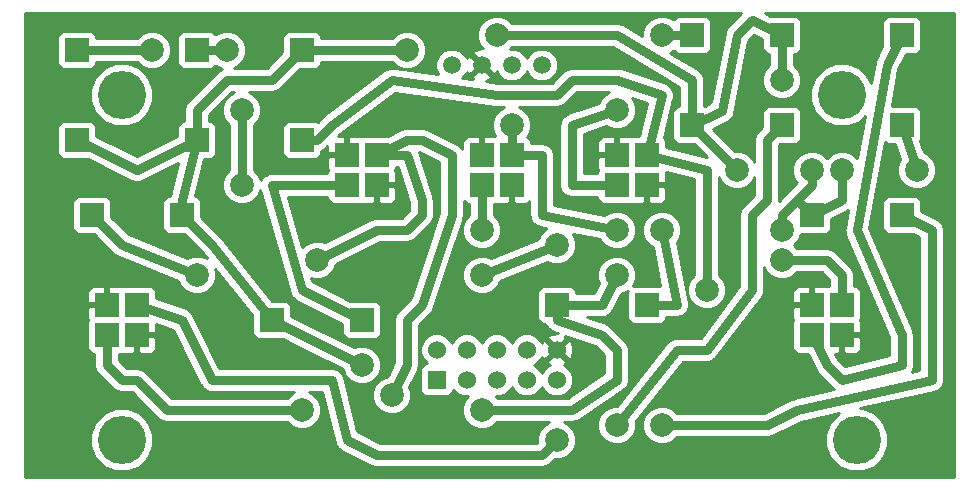
<source format=gbl>
G04 (created by PCBNEW (2013-07-07 BZR 4022)-stable) date 15/10/2017 18:41:22*
%MOIN*%
G04 Gerber Fmt 3.4, Leading zero omitted, Abs format*
%FSLAX34Y34*%
G01*
G70*
G90*
G04 APERTURE LIST*
%ADD10C,0.00590551*%
%ADD11R,0.0787402X0.0787402*%
%ADD12R,0.06X0.06*%
%ADD13C,0.06*%
%ADD14C,0.0590551*%
%ADD15C,0.16*%
%ADD16C,0.0787402*%
%ADD17C,0.0314961*%
%ADD18C,0.01*%
G04 APERTURE END LIST*
G54D10*
G54D11*
X47000Y-24000D03*
X50000Y-24000D03*
X48000Y-18000D03*
X48000Y-15000D03*
X64000Y-17500D03*
X64000Y-14500D03*
X68000Y-17500D03*
X68000Y-14500D03*
X41000Y-20500D03*
X44000Y-20500D03*
X44500Y-18000D03*
X44500Y-15000D03*
X61000Y-17500D03*
X61000Y-14500D03*
X56500Y-23500D03*
X59500Y-23500D03*
X65000Y-20500D03*
X68000Y-20500D03*
X40500Y-15000D03*
X40500Y-18000D03*
G54D12*
X52500Y-26000D03*
G54D13*
X52500Y-25000D03*
X53500Y-26000D03*
X53500Y-25000D03*
X54500Y-26000D03*
X54500Y-25000D03*
X55500Y-26000D03*
X55500Y-25000D03*
X56500Y-26000D03*
X56500Y-25000D03*
G54D14*
X53000Y-15500D03*
X54000Y-15500D03*
X55000Y-15500D03*
X56000Y-15500D03*
G54D11*
X49500Y-19500D03*
X49500Y-18500D03*
X50500Y-18500D03*
X50500Y-19500D03*
X41500Y-24500D03*
X41500Y-23500D03*
X42500Y-23500D03*
X42500Y-24500D03*
X58500Y-19500D03*
X58500Y-18500D03*
X59500Y-18500D03*
X59500Y-19500D03*
X65000Y-24500D03*
X65000Y-23500D03*
X66000Y-23500D03*
X66000Y-24500D03*
X54000Y-19500D03*
X54000Y-18500D03*
X55000Y-18500D03*
X55000Y-19500D03*
G54D15*
X42000Y-28000D03*
X66500Y-28000D03*
X66000Y-16500D03*
X42000Y-16500D03*
G54D16*
X60000Y-21000D03*
X64000Y-16000D03*
X65000Y-19000D03*
X64000Y-21000D03*
X62500Y-19000D03*
X54500Y-14500D03*
X66000Y-19000D03*
X68500Y-19000D03*
X50000Y-25500D03*
X51500Y-15000D03*
X54000Y-27000D03*
X64000Y-22000D03*
X58500Y-22500D03*
X51000Y-26500D03*
X44500Y-22500D03*
X48500Y-22000D03*
X58500Y-27500D03*
X56500Y-28000D03*
X61500Y-23000D03*
X58500Y-21000D03*
X55000Y-17500D03*
X43000Y-15000D03*
X48000Y-27000D03*
X60000Y-27500D03*
X56500Y-21500D03*
X54000Y-22500D03*
X58500Y-17000D03*
X60000Y-14500D03*
X45500Y-15000D03*
X46000Y-17000D03*
X46000Y-19500D03*
X54000Y-21000D03*
G54D17*
X59500Y-23500D02*
X60500Y-23500D01*
X60500Y-23500D02*
X60000Y-21000D01*
X64500Y-20000D02*
X65000Y-19500D01*
X64000Y-16000D02*
X64000Y-14500D01*
X65000Y-19500D02*
X65000Y-19000D01*
X64000Y-21000D02*
X64000Y-20500D01*
X64000Y-20500D02*
X64500Y-20000D01*
X44500Y-18000D02*
X44500Y-17000D01*
X47000Y-16000D02*
X48000Y-15000D01*
X45500Y-16000D02*
X47000Y-16000D01*
X44500Y-17000D02*
X45500Y-16000D01*
X61000Y-17500D02*
X62000Y-18500D01*
X62000Y-18500D02*
X62500Y-19000D01*
X61000Y-17500D02*
X62016Y-17035D01*
X63000Y-14000D02*
X62500Y-14500D01*
X63000Y-14000D02*
X64000Y-14500D01*
X62016Y-17035D02*
X62500Y-14500D01*
X65000Y-20500D02*
X64500Y-20000D01*
X64500Y-20000D02*
X64500Y-20000D01*
X64000Y-14500D02*
X64000Y-14500D01*
X61000Y-16000D02*
X61000Y-17500D01*
X58500Y-14500D02*
X61000Y-16000D01*
X57000Y-14500D02*
X58500Y-14500D01*
X54500Y-14500D02*
X57000Y-14500D01*
X68000Y-17500D02*
X68500Y-19000D01*
X66000Y-20000D02*
X65000Y-20500D01*
X66000Y-19000D02*
X66000Y-20000D01*
X48000Y-24500D02*
X47000Y-24000D01*
X50000Y-25500D02*
X48000Y-24500D01*
X47000Y-24000D02*
X45000Y-21500D01*
X45000Y-21500D02*
X44000Y-20500D01*
X44000Y-20500D02*
X44000Y-20000D01*
X44000Y-20000D02*
X44500Y-18000D01*
X44500Y-18000D02*
X42500Y-19000D01*
X42500Y-19000D02*
X40500Y-18000D01*
X48000Y-15000D02*
X51000Y-15000D01*
X51000Y-15000D02*
X51500Y-15000D01*
X56500Y-23500D02*
X56500Y-24000D01*
X54000Y-27000D02*
X54000Y-27000D01*
X57000Y-27000D02*
X54000Y-27000D01*
X58500Y-26000D02*
X57000Y-27000D01*
X58500Y-25000D02*
X58500Y-26000D01*
X58000Y-24500D02*
X58500Y-25000D01*
X56500Y-24000D02*
X58000Y-24500D01*
X56500Y-23500D02*
X56500Y-23500D01*
X56500Y-23500D02*
X57500Y-23500D01*
X58000Y-23500D02*
X57500Y-23500D01*
X65500Y-22000D02*
X64000Y-22000D01*
X64000Y-22000D02*
X64000Y-22000D01*
X58500Y-22500D02*
X58000Y-23500D01*
X58000Y-23500D02*
X58000Y-23500D01*
X58000Y-23500D02*
X58000Y-23500D01*
X57500Y-23500D02*
X57500Y-23500D01*
X56500Y-23500D02*
X56500Y-23500D01*
X66000Y-23500D02*
X66000Y-22500D01*
X66000Y-22500D02*
X65500Y-22000D01*
X65500Y-22000D02*
X65500Y-22000D01*
X51500Y-18000D02*
X51500Y-18000D01*
X51500Y-18000D02*
X52000Y-18000D01*
X52000Y-18000D02*
X53000Y-18500D01*
X53000Y-18500D02*
X53000Y-20500D01*
X53000Y-20500D02*
X52000Y-23500D01*
X52000Y-23500D02*
X51500Y-24000D01*
X51500Y-24000D02*
X51500Y-25500D01*
X51500Y-25500D02*
X51000Y-26500D01*
X50500Y-18500D02*
X51500Y-18000D01*
X41000Y-20500D02*
X42000Y-21500D01*
X42000Y-21500D02*
X44500Y-22500D01*
X48500Y-22000D02*
X50500Y-21000D01*
X50500Y-21000D02*
X51500Y-21000D01*
X51500Y-21000D02*
X52000Y-20500D01*
X52000Y-20500D02*
X52000Y-20500D01*
X52000Y-20500D02*
X52000Y-20000D01*
X52000Y-20000D02*
X51500Y-18500D01*
X51500Y-18500D02*
X50500Y-18500D01*
X64000Y-17500D02*
X63500Y-18000D01*
X60500Y-25000D02*
X58500Y-27500D01*
X61500Y-25000D02*
X60500Y-25000D01*
X61500Y-25000D02*
X61500Y-25000D01*
X63000Y-23000D02*
X61500Y-25000D01*
X63000Y-22500D02*
X63000Y-23000D01*
X63000Y-20500D02*
X63000Y-22500D01*
X63500Y-20000D02*
X63000Y-20500D01*
X63500Y-19500D02*
X63500Y-20000D01*
X63500Y-18000D02*
X63500Y-19500D01*
X42500Y-23500D02*
X44000Y-24000D01*
X56000Y-28500D02*
X56500Y-28000D01*
X55500Y-28500D02*
X56000Y-28500D01*
X54500Y-28500D02*
X55500Y-28500D01*
X53500Y-28500D02*
X54500Y-28500D01*
X52000Y-28500D02*
X53500Y-28500D01*
X50500Y-28500D02*
X52000Y-28500D01*
X49500Y-28000D02*
X50500Y-28500D01*
X44000Y-24000D02*
X45000Y-26000D01*
X45000Y-26000D02*
X47000Y-26000D01*
X47000Y-26000D02*
X48000Y-26000D01*
X48000Y-26000D02*
X49000Y-26000D01*
X49000Y-26000D02*
X49500Y-28000D01*
X64000Y-17500D02*
X64000Y-17500D01*
X55500Y-16500D02*
X55500Y-16500D01*
X60000Y-16500D02*
X58500Y-16000D01*
X58500Y-16000D02*
X58500Y-16000D01*
X58500Y-16000D02*
X58500Y-16000D01*
X58500Y-16000D02*
X58000Y-16000D01*
X58000Y-16000D02*
X58000Y-16000D01*
X58000Y-16000D02*
X57000Y-16000D01*
X57000Y-16000D02*
X56500Y-16500D01*
X56500Y-16500D02*
X55500Y-16500D01*
X59500Y-18500D02*
X60000Y-16500D01*
X48500Y-18000D02*
X48000Y-18000D01*
X49000Y-17500D02*
X48500Y-18000D01*
X51000Y-16000D02*
X49000Y-17500D01*
X51000Y-16000D02*
X51000Y-16000D01*
X54500Y-16500D02*
X51000Y-16000D01*
X55500Y-16500D02*
X54500Y-16500D01*
X59500Y-18500D02*
X61500Y-19000D01*
X61500Y-19000D02*
X61500Y-23000D01*
X56000Y-18500D02*
X56000Y-20500D01*
X56000Y-20500D02*
X58500Y-21000D01*
X55000Y-18500D02*
X56000Y-18500D01*
X40500Y-15000D02*
X43000Y-15000D01*
X55000Y-17500D02*
X55000Y-18500D01*
X41500Y-25500D02*
X41500Y-24500D01*
X42000Y-26000D02*
X41500Y-25500D01*
X42500Y-26000D02*
X42000Y-26000D01*
X43500Y-27000D02*
X42500Y-26000D01*
X44000Y-27000D02*
X43500Y-27000D01*
X44500Y-27000D02*
X44000Y-27000D01*
X48000Y-27000D02*
X44500Y-27000D01*
X64500Y-27000D02*
X63500Y-27500D01*
X69000Y-21000D02*
X69000Y-22000D01*
X69000Y-22000D02*
X69000Y-24500D01*
X69000Y-24500D02*
X69000Y-26000D01*
X69000Y-26000D02*
X64500Y-27000D01*
X68000Y-20500D02*
X69000Y-21000D01*
X63500Y-27500D02*
X60000Y-27500D01*
X56500Y-21500D02*
X54000Y-22500D01*
X65000Y-24500D02*
X65500Y-25500D01*
X67500Y-15500D02*
X68000Y-14500D01*
X66500Y-21000D02*
X67500Y-15500D01*
X68000Y-24500D02*
X66500Y-21000D01*
X68000Y-24500D02*
X68000Y-24500D01*
X68000Y-25500D02*
X68000Y-24500D01*
X66000Y-26000D02*
X68000Y-25500D01*
X65500Y-25500D02*
X66000Y-26000D01*
X61000Y-14500D02*
X60500Y-14500D01*
X57000Y-19500D02*
X58500Y-19500D01*
X57000Y-17500D02*
X57000Y-19500D01*
X58500Y-17000D02*
X57000Y-17500D01*
X60500Y-14500D02*
X60000Y-14500D01*
X54000Y-19500D02*
X54000Y-21000D01*
X45500Y-15000D02*
X44500Y-15000D01*
X46000Y-19500D02*
X46000Y-17000D01*
X50000Y-24000D02*
X49000Y-23500D01*
X48000Y-19500D02*
X49500Y-19500D01*
X48000Y-19500D02*
X48000Y-19500D01*
X47000Y-19500D02*
X48000Y-19500D01*
X48000Y-23000D02*
X47000Y-19500D01*
X49000Y-23500D02*
X48000Y-23000D01*
X49000Y-23500D02*
X49000Y-23500D01*
G54D10*
G36*
X47748Y-26407D02*
X47635Y-26453D01*
X47497Y-26592D01*
X44500Y-26592D01*
X44000Y-26592D01*
X43668Y-26592D01*
X43143Y-26067D01*
X43143Y-24844D01*
X43143Y-24612D01*
X43081Y-24550D01*
X42550Y-24550D01*
X42550Y-25081D01*
X42612Y-25143D01*
X42943Y-25143D01*
X43035Y-25105D01*
X43105Y-25035D01*
X43143Y-24943D01*
X43143Y-24844D01*
X43143Y-26067D01*
X42788Y-25711D01*
X42655Y-25623D01*
X42500Y-25592D01*
X42499Y-25592D01*
X42168Y-25592D01*
X41907Y-25331D01*
X41907Y-25143D01*
X41943Y-25143D01*
X42000Y-25120D01*
X42056Y-25143D01*
X42387Y-25143D01*
X42450Y-25081D01*
X42450Y-24550D01*
X42442Y-24550D01*
X42442Y-24450D01*
X42450Y-24450D01*
X42450Y-24442D01*
X42550Y-24442D01*
X42550Y-24450D01*
X43081Y-24450D01*
X43143Y-24387D01*
X43143Y-24155D01*
X43143Y-24143D01*
X43710Y-24332D01*
X44623Y-26154D01*
X44623Y-26155D01*
X44624Y-26158D01*
X44636Y-26181D01*
X44665Y-26218D01*
X44711Y-26288D01*
X44727Y-26298D01*
X44734Y-26307D01*
X44776Y-26331D01*
X44844Y-26376D01*
X44862Y-26380D01*
X44872Y-26386D01*
X44925Y-26392D01*
X45000Y-26407D01*
X47000Y-26407D01*
X47748Y-26407D01*
X47748Y-26407D01*
G37*
G54D18*
X47748Y-26407D02*
X47635Y-26453D01*
X47497Y-26592D01*
X44500Y-26592D01*
X44000Y-26592D01*
X43668Y-26592D01*
X43143Y-26067D01*
X43143Y-24844D01*
X43143Y-24612D01*
X43081Y-24550D01*
X42550Y-24550D01*
X42550Y-25081D01*
X42612Y-25143D01*
X42943Y-25143D01*
X43035Y-25105D01*
X43105Y-25035D01*
X43143Y-24943D01*
X43143Y-24844D01*
X43143Y-26067D01*
X42788Y-25711D01*
X42655Y-25623D01*
X42500Y-25592D01*
X42499Y-25592D01*
X42168Y-25592D01*
X41907Y-25331D01*
X41907Y-25143D01*
X41943Y-25143D01*
X42000Y-25120D01*
X42056Y-25143D01*
X42387Y-25143D01*
X42450Y-25081D01*
X42450Y-24550D01*
X42442Y-24550D01*
X42442Y-24450D01*
X42450Y-24450D01*
X42450Y-24442D01*
X42550Y-24442D01*
X42550Y-24450D01*
X43081Y-24450D01*
X43143Y-24387D01*
X43143Y-24155D01*
X43143Y-24143D01*
X43710Y-24332D01*
X44623Y-26154D01*
X44623Y-26155D01*
X44624Y-26158D01*
X44636Y-26181D01*
X44665Y-26218D01*
X44711Y-26288D01*
X44727Y-26298D01*
X44734Y-26307D01*
X44776Y-26331D01*
X44844Y-26376D01*
X44862Y-26380D01*
X44872Y-26386D01*
X44925Y-26392D01*
X45000Y-26407D01*
X47000Y-26407D01*
X47748Y-26407D01*
G54D10*
G36*
X51592Y-20331D02*
X51331Y-20592D01*
X51143Y-20592D01*
X51143Y-19844D01*
X51143Y-19612D01*
X51081Y-19550D01*
X50550Y-19550D01*
X50550Y-20081D01*
X50612Y-20143D01*
X50943Y-20143D01*
X51035Y-20105D01*
X51105Y-20035D01*
X51143Y-19943D01*
X51143Y-19844D01*
X51143Y-20592D01*
X50500Y-20592D01*
X50489Y-20594D01*
X50470Y-20592D01*
X50389Y-20614D01*
X50344Y-20623D01*
X50335Y-20629D01*
X50316Y-20634D01*
X48763Y-21412D01*
X48628Y-21356D01*
X48372Y-21356D01*
X48135Y-21453D01*
X48014Y-21574D01*
X47539Y-19907D01*
X48000Y-19907D01*
X48856Y-19907D01*
X48856Y-19943D01*
X48894Y-20035D01*
X48964Y-20105D01*
X49056Y-20143D01*
X49155Y-20143D01*
X49943Y-20143D01*
X50000Y-20120D01*
X50056Y-20143D01*
X50387Y-20143D01*
X50450Y-20081D01*
X50450Y-19550D01*
X50442Y-19550D01*
X50442Y-19450D01*
X50450Y-19450D01*
X50450Y-19442D01*
X50550Y-19442D01*
X50550Y-19450D01*
X51081Y-19450D01*
X51143Y-19387D01*
X51143Y-19155D01*
X51143Y-19056D01*
X51120Y-19000D01*
X51143Y-18943D01*
X51143Y-18907D01*
X51206Y-18907D01*
X51592Y-20069D01*
X51592Y-20331D01*
X51592Y-20331D01*
G37*
G54D18*
X51592Y-20331D02*
X51331Y-20592D01*
X51143Y-20592D01*
X51143Y-19844D01*
X51143Y-19612D01*
X51081Y-19550D01*
X50550Y-19550D01*
X50550Y-20081D01*
X50612Y-20143D01*
X50943Y-20143D01*
X51035Y-20105D01*
X51105Y-20035D01*
X51143Y-19943D01*
X51143Y-19844D01*
X51143Y-20592D01*
X50500Y-20592D01*
X50489Y-20594D01*
X50470Y-20592D01*
X50389Y-20614D01*
X50344Y-20623D01*
X50335Y-20629D01*
X50316Y-20634D01*
X48763Y-21412D01*
X48628Y-21356D01*
X48372Y-21356D01*
X48135Y-21453D01*
X48014Y-21574D01*
X47539Y-19907D01*
X48000Y-19907D01*
X48856Y-19907D01*
X48856Y-19943D01*
X48894Y-20035D01*
X48964Y-20105D01*
X49056Y-20143D01*
X49155Y-20143D01*
X49943Y-20143D01*
X50000Y-20120D01*
X50056Y-20143D01*
X50387Y-20143D01*
X50450Y-20081D01*
X50450Y-19550D01*
X50442Y-19550D01*
X50442Y-19450D01*
X50450Y-19450D01*
X50450Y-19442D01*
X50550Y-19442D01*
X50550Y-19450D01*
X51081Y-19450D01*
X51143Y-19387D01*
X51143Y-19155D01*
X51143Y-19056D01*
X51120Y-19000D01*
X51143Y-18943D01*
X51143Y-18907D01*
X51206Y-18907D01*
X51592Y-20069D01*
X51592Y-20331D01*
G54D10*
G36*
X54748Y-16907D02*
X54635Y-16953D01*
X54454Y-17134D01*
X54356Y-17371D01*
X54356Y-17627D01*
X54452Y-17859D01*
X54443Y-17856D01*
X54112Y-17856D01*
X54050Y-17918D01*
X54050Y-18450D01*
X54057Y-18450D01*
X54057Y-18550D01*
X54050Y-18550D01*
X54050Y-18557D01*
X53950Y-18557D01*
X53950Y-18550D01*
X53942Y-18550D01*
X53942Y-18450D01*
X53950Y-18450D01*
X53950Y-17918D01*
X53887Y-17856D01*
X53556Y-17856D01*
X53464Y-17894D01*
X53394Y-17964D01*
X53356Y-18056D01*
X53356Y-18155D01*
X53356Y-18313D01*
X53335Y-18283D01*
X53307Y-18233D01*
X53297Y-18225D01*
X53288Y-18211D01*
X53226Y-18170D01*
X53182Y-18136D01*
X52182Y-17635D01*
X52168Y-17631D01*
X52155Y-17623D01*
X52092Y-17610D01*
X52029Y-17593D01*
X52014Y-17595D01*
X52000Y-17592D01*
X51500Y-17592D01*
X51487Y-17595D01*
X51470Y-17592D01*
X51398Y-17612D01*
X51344Y-17623D01*
X51333Y-17630D01*
X51317Y-17635D01*
X50875Y-17856D01*
X50844Y-17856D01*
X50056Y-17856D01*
X50000Y-17879D01*
X49943Y-17856D01*
X49612Y-17856D01*
X49550Y-17918D01*
X49550Y-18450D01*
X49557Y-18450D01*
X49557Y-18550D01*
X49550Y-18550D01*
X49550Y-18557D01*
X49450Y-18557D01*
X49450Y-18550D01*
X48918Y-18550D01*
X48856Y-18612D01*
X48856Y-18844D01*
X48856Y-18943D01*
X48879Y-19000D01*
X48856Y-19056D01*
X48856Y-19092D01*
X48000Y-19092D01*
X47000Y-19092D01*
X46944Y-19103D01*
X46888Y-19108D01*
X46867Y-19118D01*
X46844Y-19123D01*
X46797Y-19154D01*
X46746Y-19180D01*
X46731Y-19198D01*
X46711Y-19211D01*
X46680Y-19258D01*
X46643Y-19301D01*
X46636Y-19324D01*
X46628Y-19336D01*
X46546Y-19135D01*
X46407Y-18997D01*
X46407Y-17502D01*
X46545Y-17365D01*
X46643Y-17128D01*
X46643Y-16872D01*
X46546Y-16635D01*
X46365Y-16454D01*
X46251Y-16407D01*
X46999Y-16407D01*
X47000Y-16407D01*
X47000Y-16407D01*
X47155Y-16376D01*
X47288Y-16288D01*
X47932Y-15643D01*
X48443Y-15643D01*
X48535Y-15605D01*
X48605Y-15535D01*
X48643Y-15443D01*
X48643Y-15407D01*
X50997Y-15407D01*
X51134Y-15545D01*
X51362Y-15640D01*
X51061Y-15597D01*
X51056Y-15595D01*
X51024Y-15597D01*
X51000Y-15592D01*
X50957Y-15600D01*
X50897Y-15604D01*
X50867Y-15618D01*
X50844Y-15623D01*
X50809Y-15646D01*
X50754Y-15673D01*
X48755Y-17174D01*
X48735Y-17195D01*
X48711Y-17211D01*
X48531Y-17392D01*
X48443Y-17356D01*
X48344Y-17356D01*
X47556Y-17356D01*
X47464Y-17394D01*
X47394Y-17464D01*
X47356Y-17556D01*
X47356Y-17655D01*
X47356Y-18443D01*
X47394Y-18535D01*
X47464Y-18605D01*
X47556Y-18643D01*
X47655Y-18643D01*
X48443Y-18643D01*
X48535Y-18605D01*
X48605Y-18535D01*
X48643Y-18443D01*
X48643Y-18378D01*
X48655Y-18376D01*
X48788Y-18288D01*
X48856Y-18219D01*
X48856Y-18387D01*
X48918Y-18450D01*
X49450Y-18450D01*
X49450Y-17918D01*
X49387Y-17856D01*
X49219Y-17856D01*
X49267Y-17808D01*
X51107Y-16426D01*
X54442Y-16901D01*
X54464Y-16900D01*
X54500Y-16907D01*
X54748Y-16907D01*
X54748Y-16907D01*
G37*
G54D18*
X54748Y-16907D02*
X54635Y-16953D01*
X54454Y-17134D01*
X54356Y-17371D01*
X54356Y-17627D01*
X54452Y-17859D01*
X54443Y-17856D01*
X54112Y-17856D01*
X54050Y-17918D01*
X54050Y-18450D01*
X54057Y-18450D01*
X54057Y-18550D01*
X54050Y-18550D01*
X54050Y-18557D01*
X53950Y-18557D01*
X53950Y-18550D01*
X53942Y-18550D01*
X53942Y-18450D01*
X53950Y-18450D01*
X53950Y-17918D01*
X53887Y-17856D01*
X53556Y-17856D01*
X53464Y-17894D01*
X53394Y-17964D01*
X53356Y-18056D01*
X53356Y-18155D01*
X53356Y-18313D01*
X53335Y-18283D01*
X53307Y-18233D01*
X53297Y-18225D01*
X53288Y-18211D01*
X53226Y-18170D01*
X53182Y-18136D01*
X52182Y-17635D01*
X52168Y-17631D01*
X52155Y-17623D01*
X52092Y-17610D01*
X52029Y-17593D01*
X52014Y-17595D01*
X52000Y-17592D01*
X51500Y-17592D01*
X51487Y-17595D01*
X51470Y-17592D01*
X51398Y-17612D01*
X51344Y-17623D01*
X51333Y-17630D01*
X51317Y-17635D01*
X50875Y-17856D01*
X50844Y-17856D01*
X50056Y-17856D01*
X50000Y-17879D01*
X49943Y-17856D01*
X49612Y-17856D01*
X49550Y-17918D01*
X49550Y-18450D01*
X49557Y-18450D01*
X49557Y-18550D01*
X49550Y-18550D01*
X49550Y-18557D01*
X49450Y-18557D01*
X49450Y-18550D01*
X48918Y-18550D01*
X48856Y-18612D01*
X48856Y-18844D01*
X48856Y-18943D01*
X48879Y-19000D01*
X48856Y-19056D01*
X48856Y-19092D01*
X48000Y-19092D01*
X47000Y-19092D01*
X46944Y-19103D01*
X46888Y-19108D01*
X46867Y-19118D01*
X46844Y-19123D01*
X46797Y-19154D01*
X46746Y-19180D01*
X46731Y-19198D01*
X46711Y-19211D01*
X46680Y-19258D01*
X46643Y-19301D01*
X46636Y-19324D01*
X46628Y-19336D01*
X46546Y-19135D01*
X46407Y-18997D01*
X46407Y-17502D01*
X46545Y-17365D01*
X46643Y-17128D01*
X46643Y-16872D01*
X46546Y-16635D01*
X46365Y-16454D01*
X46251Y-16407D01*
X46999Y-16407D01*
X47000Y-16407D01*
X47000Y-16407D01*
X47155Y-16376D01*
X47288Y-16288D01*
X47932Y-15643D01*
X48443Y-15643D01*
X48535Y-15605D01*
X48605Y-15535D01*
X48643Y-15443D01*
X48643Y-15407D01*
X50997Y-15407D01*
X51134Y-15545D01*
X51362Y-15640D01*
X51061Y-15597D01*
X51056Y-15595D01*
X51024Y-15597D01*
X51000Y-15592D01*
X50957Y-15600D01*
X50897Y-15604D01*
X50867Y-15618D01*
X50844Y-15623D01*
X50809Y-15646D01*
X50754Y-15673D01*
X48755Y-17174D01*
X48735Y-17195D01*
X48711Y-17211D01*
X48531Y-17392D01*
X48443Y-17356D01*
X48344Y-17356D01*
X47556Y-17356D01*
X47464Y-17394D01*
X47394Y-17464D01*
X47356Y-17556D01*
X47356Y-17655D01*
X47356Y-18443D01*
X47394Y-18535D01*
X47464Y-18605D01*
X47556Y-18643D01*
X47655Y-18643D01*
X48443Y-18643D01*
X48535Y-18605D01*
X48605Y-18535D01*
X48643Y-18443D01*
X48643Y-18378D01*
X48655Y-18376D01*
X48788Y-18288D01*
X48856Y-18219D01*
X48856Y-18387D01*
X48918Y-18450D01*
X49450Y-18450D01*
X49450Y-17918D01*
X49387Y-17856D01*
X49219Y-17856D01*
X49267Y-17808D01*
X51107Y-16426D01*
X54442Y-16901D01*
X54464Y-16900D01*
X54500Y-16907D01*
X54748Y-16907D01*
G54D10*
G36*
X59512Y-16766D02*
X59240Y-17856D01*
X59056Y-17856D01*
X59000Y-17879D01*
X58943Y-17856D01*
X58612Y-17856D01*
X58550Y-17918D01*
X58550Y-18450D01*
X58557Y-18450D01*
X58557Y-18550D01*
X58550Y-18550D01*
X58550Y-18557D01*
X58450Y-18557D01*
X58450Y-18550D01*
X58450Y-18450D01*
X58450Y-17918D01*
X58387Y-17856D01*
X58056Y-17856D01*
X57964Y-17894D01*
X57894Y-17964D01*
X57856Y-18056D01*
X57856Y-18155D01*
X57856Y-18387D01*
X57918Y-18450D01*
X58450Y-18450D01*
X58450Y-18550D01*
X57918Y-18550D01*
X57856Y-18612D01*
X57856Y-18844D01*
X57856Y-18943D01*
X57879Y-19000D01*
X57856Y-19056D01*
X57856Y-19092D01*
X57407Y-19092D01*
X57407Y-17793D01*
X58143Y-17549D01*
X58371Y-17643D01*
X58627Y-17643D01*
X58864Y-17546D01*
X59045Y-17365D01*
X59143Y-17128D01*
X59143Y-16872D01*
X59046Y-16635D01*
X59008Y-16598D01*
X59512Y-16766D01*
X59512Y-16766D01*
G37*
G54D18*
X59512Y-16766D02*
X59240Y-17856D01*
X59056Y-17856D01*
X59000Y-17879D01*
X58943Y-17856D01*
X58612Y-17856D01*
X58550Y-17918D01*
X58550Y-18450D01*
X58557Y-18450D01*
X58557Y-18550D01*
X58550Y-18550D01*
X58550Y-18557D01*
X58450Y-18557D01*
X58450Y-18550D01*
X58450Y-18450D01*
X58450Y-17918D01*
X58387Y-17856D01*
X58056Y-17856D01*
X57964Y-17894D01*
X57894Y-17964D01*
X57856Y-18056D01*
X57856Y-18155D01*
X57856Y-18387D01*
X57918Y-18450D01*
X58450Y-18450D01*
X58450Y-18550D01*
X57918Y-18550D01*
X57856Y-18612D01*
X57856Y-18844D01*
X57856Y-18943D01*
X57879Y-19000D01*
X57856Y-19056D01*
X57856Y-19092D01*
X57407Y-19092D01*
X57407Y-17793D01*
X58143Y-17549D01*
X58371Y-17643D01*
X58627Y-17643D01*
X58864Y-17546D01*
X59045Y-17365D01*
X59143Y-17128D01*
X59143Y-16872D01*
X59046Y-16635D01*
X59008Y-16598D01*
X59512Y-16766D01*
G54D10*
G36*
X67592Y-25182D02*
X66643Y-25419D01*
X66643Y-24844D01*
X66643Y-24612D01*
X66581Y-24550D01*
X66050Y-24550D01*
X66050Y-25081D01*
X66112Y-25143D01*
X66443Y-25143D01*
X66535Y-25105D01*
X66605Y-25035D01*
X66643Y-24943D01*
X66643Y-24844D01*
X66643Y-25419D01*
X66125Y-25548D01*
X65836Y-25260D01*
X65778Y-25143D01*
X65887Y-25143D01*
X65950Y-25081D01*
X65950Y-24550D01*
X65942Y-24550D01*
X65942Y-24450D01*
X65950Y-24450D01*
X65950Y-24442D01*
X66050Y-24442D01*
X66050Y-24450D01*
X66581Y-24450D01*
X66643Y-24387D01*
X66643Y-24155D01*
X66643Y-24056D01*
X66620Y-24000D01*
X66643Y-23943D01*
X66643Y-23844D01*
X66643Y-23056D01*
X66605Y-22964D01*
X66535Y-22894D01*
X66443Y-22856D01*
X66407Y-22856D01*
X66407Y-22500D01*
X66407Y-22500D01*
X66407Y-22500D01*
X66376Y-22344D01*
X66376Y-22344D01*
X66341Y-22291D01*
X66288Y-22211D01*
X66288Y-22211D01*
X65788Y-21711D01*
X65655Y-21623D01*
X65500Y-21592D01*
X65499Y-21592D01*
X64502Y-21592D01*
X64410Y-21499D01*
X64545Y-21365D01*
X64637Y-21143D01*
X64655Y-21143D01*
X65443Y-21143D01*
X65535Y-21105D01*
X65605Y-21035D01*
X65643Y-20943D01*
X65643Y-20844D01*
X65643Y-20633D01*
X66182Y-20363D01*
X66204Y-20346D01*
X66099Y-20927D01*
X66099Y-20966D01*
X66092Y-21004D01*
X66101Y-21045D01*
X66101Y-21086D01*
X66117Y-21122D01*
X66125Y-21160D01*
X67592Y-24583D01*
X67592Y-25182D01*
X67592Y-25182D01*
G37*
G54D18*
X67592Y-25182D02*
X66643Y-25419D01*
X66643Y-24844D01*
X66643Y-24612D01*
X66581Y-24550D01*
X66050Y-24550D01*
X66050Y-25081D01*
X66112Y-25143D01*
X66443Y-25143D01*
X66535Y-25105D01*
X66605Y-25035D01*
X66643Y-24943D01*
X66643Y-24844D01*
X66643Y-25419D01*
X66125Y-25548D01*
X65836Y-25260D01*
X65778Y-25143D01*
X65887Y-25143D01*
X65950Y-25081D01*
X65950Y-24550D01*
X65942Y-24550D01*
X65942Y-24450D01*
X65950Y-24450D01*
X65950Y-24442D01*
X66050Y-24442D01*
X66050Y-24450D01*
X66581Y-24450D01*
X66643Y-24387D01*
X66643Y-24155D01*
X66643Y-24056D01*
X66620Y-24000D01*
X66643Y-23943D01*
X66643Y-23844D01*
X66643Y-23056D01*
X66605Y-22964D01*
X66535Y-22894D01*
X66443Y-22856D01*
X66407Y-22856D01*
X66407Y-22500D01*
X66407Y-22500D01*
X66407Y-22500D01*
X66376Y-22344D01*
X66376Y-22344D01*
X66341Y-22291D01*
X66288Y-22211D01*
X66288Y-22211D01*
X65788Y-21711D01*
X65655Y-21623D01*
X65500Y-21592D01*
X65499Y-21592D01*
X64502Y-21592D01*
X64410Y-21499D01*
X64545Y-21365D01*
X64637Y-21143D01*
X64655Y-21143D01*
X65443Y-21143D01*
X65535Y-21105D01*
X65605Y-21035D01*
X65643Y-20943D01*
X65643Y-20844D01*
X65643Y-20633D01*
X66182Y-20363D01*
X66204Y-20346D01*
X66099Y-20927D01*
X66099Y-20966D01*
X66092Y-21004D01*
X66101Y-21045D01*
X66101Y-21086D01*
X66117Y-21122D01*
X66125Y-21160D01*
X67592Y-24583D01*
X67592Y-25182D01*
G54D10*
G36*
X69730Y-29230D02*
X43050Y-29230D01*
X43050Y-27792D01*
X42890Y-27406D01*
X42595Y-27110D01*
X42209Y-26950D01*
X41792Y-26949D01*
X41406Y-27109D01*
X41110Y-27404D01*
X40950Y-27790D01*
X40949Y-28207D01*
X41109Y-28594D01*
X41404Y-28889D01*
X41790Y-29049D01*
X42207Y-29050D01*
X42594Y-28890D01*
X42889Y-28595D01*
X43049Y-28209D01*
X43050Y-27792D01*
X43050Y-29230D01*
X38769Y-29230D01*
X38769Y-13769D01*
X62654Y-13769D01*
X62211Y-14211D01*
X62189Y-14245D01*
X62159Y-14276D01*
X62144Y-14313D01*
X62123Y-14344D01*
X62115Y-14383D01*
X62099Y-14423D01*
X61655Y-16751D01*
X61427Y-16856D01*
X61407Y-16856D01*
X61407Y-16000D01*
X61396Y-15944D01*
X61394Y-15903D01*
X61383Y-15880D01*
X61376Y-15844D01*
X61343Y-15794D01*
X61326Y-15759D01*
X61309Y-15743D01*
X61288Y-15711D01*
X61236Y-15677D01*
X61208Y-15652D01*
X60266Y-15086D01*
X60364Y-15046D01*
X60388Y-15021D01*
X60394Y-15035D01*
X60464Y-15105D01*
X60556Y-15143D01*
X60655Y-15143D01*
X61443Y-15143D01*
X61535Y-15105D01*
X61605Y-15035D01*
X61643Y-14943D01*
X61643Y-14844D01*
X61643Y-14056D01*
X61605Y-13964D01*
X61535Y-13894D01*
X61443Y-13856D01*
X61344Y-13856D01*
X60556Y-13856D01*
X60464Y-13894D01*
X60394Y-13964D01*
X60388Y-13978D01*
X60365Y-13954D01*
X60128Y-13856D01*
X59872Y-13856D01*
X59635Y-13953D01*
X59454Y-14134D01*
X59356Y-14371D01*
X59356Y-14539D01*
X58709Y-14150D01*
X58681Y-14140D01*
X58655Y-14123D01*
X58607Y-14113D01*
X58560Y-14096D01*
X58529Y-14098D01*
X58500Y-14092D01*
X57000Y-14092D01*
X55002Y-14092D01*
X54865Y-13954D01*
X54628Y-13856D01*
X54372Y-13856D01*
X54135Y-13953D01*
X53954Y-14134D01*
X53856Y-14371D01*
X53856Y-14627D01*
X53953Y-14864D01*
X54041Y-14951D01*
X53863Y-14960D01*
X53714Y-15022D01*
X53688Y-15117D01*
X54000Y-15429D01*
X54005Y-15423D01*
X54076Y-15494D01*
X54070Y-15500D01*
X54382Y-15811D01*
X54477Y-15785D01*
X54500Y-15719D01*
X54537Y-15808D01*
X54690Y-15961D01*
X54891Y-16045D01*
X55107Y-16045D01*
X55308Y-15962D01*
X55461Y-15809D01*
X55499Y-15717D01*
X55537Y-15808D01*
X55690Y-15961D01*
X55891Y-16045D01*
X56107Y-16045D01*
X56308Y-15962D01*
X56461Y-15809D01*
X56545Y-15608D01*
X56545Y-15392D01*
X56462Y-15191D01*
X56309Y-15038D01*
X56108Y-14954D01*
X55892Y-14954D01*
X55691Y-15037D01*
X55538Y-15190D01*
X55500Y-15282D01*
X55462Y-15191D01*
X55309Y-15038D01*
X55108Y-14954D01*
X54955Y-14954D01*
X55002Y-14907D01*
X57000Y-14907D01*
X58386Y-14907D01*
X60592Y-16232D01*
X60592Y-16856D01*
X60556Y-16856D01*
X60464Y-16894D01*
X60394Y-16964D01*
X60356Y-17056D01*
X60356Y-17155D01*
X60356Y-17943D01*
X60394Y-18035D01*
X60464Y-18105D01*
X60556Y-18143D01*
X60655Y-18143D01*
X61067Y-18143D01*
X61503Y-18579D01*
X60143Y-18240D01*
X60143Y-18056D01*
X60105Y-17964D01*
X60063Y-17922D01*
X60386Y-16628D01*
X60386Y-16627D01*
X60387Y-16626D01*
X60394Y-16598D01*
X60396Y-16553D01*
X60406Y-16469D01*
X60401Y-16449D01*
X60401Y-16439D01*
X60387Y-16399D01*
X60364Y-16316D01*
X60351Y-16299D01*
X60348Y-16289D01*
X60318Y-16257D01*
X60267Y-16191D01*
X60248Y-16180D01*
X60241Y-16172D01*
X60198Y-16151D01*
X60128Y-16112D01*
X58628Y-15613D01*
X58563Y-15605D01*
X58500Y-15592D01*
X58000Y-15592D01*
X57000Y-15592D01*
X57000Y-15592D01*
X56844Y-15623D01*
X56791Y-15658D01*
X56711Y-15711D01*
X56711Y-15711D01*
X56331Y-16092D01*
X55500Y-16092D01*
X54542Y-16092D01*
X54143Y-16035D01*
X54285Y-15977D01*
X54311Y-15882D01*
X54000Y-15570D01*
X53688Y-15882D01*
X53714Y-15974D01*
X53348Y-15922D01*
X53461Y-15809D01*
X53497Y-15724D01*
X53522Y-15785D01*
X53617Y-15811D01*
X53929Y-15500D01*
X53617Y-15188D01*
X53522Y-15214D01*
X53499Y-15280D01*
X53462Y-15191D01*
X53309Y-15038D01*
X53108Y-14954D01*
X52892Y-14954D01*
X52691Y-15037D01*
X52538Y-15190D01*
X52454Y-15391D01*
X52454Y-15607D01*
X52536Y-15807D01*
X51387Y-15643D01*
X51627Y-15643D01*
X51864Y-15546D01*
X52045Y-15365D01*
X52143Y-15128D01*
X52143Y-14872D01*
X52046Y-14635D01*
X51865Y-14454D01*
X51628Y-14356D01*
X51372Y-14356D01*
X51135Y-14453D01*
X50997Y-14592D01*
X48643Y-14592D01*
X48643Y-14556D01*
X48605Y-14464D01*
X48535Y-14394D01*
X48443Y-14356D01*
X48344Y-14356D01*
X47556Y-14356D01*
X47464Y-14394D01*
X47394Y-14464D01*
X47356Y-14556D01*
X47356Y-14655D01*
X47356Y-15067D01*
X46831Y-15592D01*
X45751Y-15592D01*
X45864Y-15546D01*
X46045Y-15365D01*
X46143Y-15128D01*
X46143Y-14872D01*
X46046Y-14635D01*
X45865Y-14454D01*
X45628Y-14356D01*
X45372Y-14356D01*
X45135Y-14453D01*
X45111Y-14478D01*
X45105Y-14464D01*
X45035Y-14394D01*
X44943Y-14356D01*
X44844Y-14356D01*
X44056Y-14356D01*
X43964Y-14394D01*
X43894Y-14464D01*
X43856Y-14556D01*
X43856Y-14655D01*
X43856Y-15443D01*
X43894Y-15535D01*
X43964Y-15605D01*
X44056Y-15643D01*
X44155Y-15643D01*
X44943Y-15643D01*
X45035Y-15605D01*
X45105Y-15535D01*
X45111Y-15521D01*
X45134Y-15545D01*
X45336Y-15628D01*
X45291Y-15658D01*
X45211Y-15711D01*
X45211Y-15711D01*
X44211Y-16711D01*
X44123Y-16844D01*
X44092Y-17000D01*
X44092Y-17000D01*
X44092Y-17356D01*
X44056Y-17356D01*
X43964Y-17394D01*
X43894Y-17464D01*
X43856Y-17556D01*
X43856Y-17655D01*
X43856Y-17865D01*
X43643Y-17971D01*
X43643Y-14872D01*
X43546Y-14635D01*
X43365Y-14454D01*
X43128Y-14356D01*
X42872Y-14356D01*
X42635Y-14453D01*
X42497Y-14592D01*
X41143Y-14592D01*
X41143Y-14556D01*
X41105Y-14464D01*
X41035Y-14394D01*
X40943Y-14356D01*
X40844Y-14356D01*
X40056Y-14356D01*
X39964Y-14394D01*
X39894Y-14464D01*
X39856Y-14556D01*
X39856Y-14655D01*
X39856Y-15443D01*
X39894Y-15535D01*
X39964Y-15605D01*
X40056Y-15643D01*
X40155Y-15643D01*
X40943Y-15643D01*
X41035Y-15605D01*
X41105Y-15535D01*
X41143Y-15443D01*
X41143Y-15407D01*
X42497Y-15407D01*
X42634Y-15545D01*
X42871Y-15643D01*
X43127Y-15643D01*
X43364Y-15546D01*
X43545Y-15365D01*
X43643Y-15128D01*
X43643Y-14872D01*
X43643Y-17971D01*
X43050Y-18268D01*
X43050Y-16292D01*
X42890Y-15906D01*
X42595Y-15610D01*
X42209Y-15450D01*
X41792Y-15449D01*
X41406Y-15609D01*
X41110Y-15904D01*
X40950Y-16290D01*
X40949Y-16707D01*
X41109Y-17094D01*
X41404Y-17389D01*
X41790Y-17549D01*
X42207Y-17550D01*
X42594Y-17390D01*
X42889Y-17095D01*
X43049Y-16709D01*
X43050Y-16292D01*
X43050Y-18268D01*
X42498Y-18545D01*
X41143Y-17866D01*
X41143Y-17556D01*
X41105Y-17464D01*
X41035Y-17394D01*
X40943Y-17356D01*
X40844Y-17356D01*
X40056Y-17356D01*
X39964Y-17394D01*
X39894Y-17464D01*
X39856Y-17556D01*
X39856Y-17655D01*
X39856Y-18443D01*
X39894Y-18535D01*
X39964Y-18605D01*
X40056Y-18643D01*
X40155Y-18643D01*
X40875Y-18643D01*
X42316Y-19365D01*
X42350Y-19374D01*
X42371Y-19386D01*
X42412Y-19391D01*
X42470Y-19407D01*
X42504Y-19403D01*
X42529Y-19406D01*
X42570Y-19395D01*
X42628Y-19387D01*
X42657Y-19371D01*
X42682Y-19364D01*
X43889Y-18760D01*
X43615Y-19856D01*
X43556Y-19856D01*
X43464Y-19894D01*
X43394Y-19964D01*
X43356Y-20056D01*
X43356Y-20155D01*
X43356Y-20943D01*
X43394Y-21035D01*
X43464Y-21105D01*
X43556Y-21143D01*
X43655Y-21143D01*
X44067Y-21143D01*
X44696Y-21772D01*
X44830Y-21940D01*
X44628Y-21856D01*
X44372Y-21856D01*
X44183Y-21934D01*
X42228Y-21152D01*
X41643Y-20567D01*
X41643Y-20056D01*
X41605Y-19964D01*
X41535Y-19894D01*
X41443Y-19856D01*
X41344Y-19856D01*
X40556Y-19856D01*
X40464Y-19894D01*
X40394Y-19964D01*
X40356Y-20056D01*
X40356Y-20155D01*
X40356Y-20943D01*
X40394Y-21035D01*
X40464Y-21105D01*
X40556Y-21143D01*
X40655Y-21143D01*
X41067Y-21143D01*
X41711Y-21788D01*
X41713Y-21789D01*
X41715Y-21791D01*
X41779Y-21833D01*
X41844Y-21876D01*
X41846Y-21876D01*
X41848Y-21878D01*
X43882Y-22691D01*
X43953Y-22864D01*
X44134Y-23045D01*
X44371Y-23143D01*
X44627Y-23143D01*
X44864Y-23046D01*
X45045Y-22865D01*
X45143Y-22628D01*
X45143Y-22372D01*
X45108Y-22287D01*
X46356Y-23844D01*
X46356Y-24443D01*
X46394Y-24535D01*
X46464Y-24605D01*
X46556Y-24643D01*
X46655Y-24643D01*
X47375Y-24643D01*
X47817Y-24864D01*
X47820Y-24865D01*
X49360Y-25636D01*
X49453Y-25864D01*
X49634Y-26045D01*
X49871Y-26143D01*
X50127Y-26143D01*
X50364Y-26046D01*
X50545Y-25865D01*
X50643Y-25628D01*
X50643Y-25372D01*
X50546Y-25135D01*
X50365Y-24954D01*
X50128Y-24856D01*
X49872Y-24856D01*
X49734Y-24913D01*
X48182Y-24135D01*
X48179Y-24134D01*
X47643Y-23866D01*
X47643Y-23556D01*
X47605Y-23464D01*
X47535Y-23394D01*
X47443Y-23356D01*
X47344Y-23356D01*
X47009Y-23356D01*
X45318Y-21245D01*
X45300Y-21230D01*
X45288Y-21211D01*
X44643Y-20567D01*
X44643Y-20056D01*
X44605Y-19964D01*
X44535Y-19894D01*
X44454Y-19860D01*
X44758Y-18643D01*
X44943Y-18643D01*
X45035Y-18605D01*
X45105Y-18535D01*
X45143Y-18443D01*
X45143Y-18344D01*
X45143Y-17556D01*
X45105Y-17464D01*
X45035Y-17394D01*
X44943Y-17356D01*
X44907Y-17356D01*
X44907Y-17168D01*
X45668Y-16407D01*
X45748Y-16407D01*
X45635Y-16453D01*
X45454Y-16634D01*
X45356Y-16871D01*
X45356Y-17127D01*
X45453Y-17364D01*
X45592Y-17502D01*
X45592Y-18997D01*
X45454Y-19134D01*
X45356Y-19371D01*
X45356Y-19627D01*
X45453Y-19864D01*
X45634Y-20045D01*
X45871Y-20143D01*
X46127Y-20143D01*
X46364Y-20046D01*
X46545Y-19865D01*
X46625Y-19672D01*
X47605Y-23112D01*
X47613Y-23127D01*
X47613Y-23128D01*
X47616Y-23133D01*
X47677Y-23253D01*
X47691Y-23265D01*
X47692Y-23266D01*
X47704Y-23276D01*
X47799Y-23356D01*
X47814Y-23361D01*
X47817Y-23364D01*
X48817Y-23864D01*
X48820Y-23865D01*
X49356Y-24134D01*
X49356Y-24443D01*
X49394Y-24535D01*
X49464Y-24605D01*
X49556Y-24643D01*
X49655Y-24643D01*
X50443Y-24643D01*
X50535Y-24605D01*
X50605Y-24535D01*
X50643Y-24443D01*
X50643Y-24344D01*
X50643Y-23556D01*
X50605Y-23464D01*
X50535Y-23394D01*
X50443Y-23356D01*
X50344Y-23356D01*
X49622Y-23356D01*
X49182Y-23135D01*
X49179Y-23134D01*
X48339Y-22714D01*
X48312Y-22618D01*
X48371Y-22643D01*
X48627Y-22643D01*
X48864Y-22546D01*
X49045Y-22365D01*
X49141Y-22134D01*
X50593Y-21407D01*
X51499Y-21407D01*
X51500Y-21407D01*
X51500Y-21407D01*
X51655Y-21376D01*
X51788Y-21288D01*
X52288Y-20788D01*
X52288Y-20788D01*
X52288Y-20788D01*
X52341Y-20708D01*
X52376Y-20655D01*
X52376Y-20655D01*
X52407Y-20500D01*
X52407Y-20500D01*
X52407Y-20499D01*
X52407Y-20000D01*
X52392Y-19923D01*
X52385Y-19871D01*
X51898Y-18407D01*
X51903Y-18407D01*
X52592Y-18752D01*
X52592Y-20427D01*
X51643Y-23279D01*
X51211Y-23711D01*
X51123Y-23844D01*
X51092Y-24000D01*
X51092Y-24000D01*
X51092Y-25405D01*
X50865Y-25859D01*
X50635Y-25953D01*
X50454Y-26134D01*
X50356Y-26371D01*
X50356Y-26627D01*
X50453Y-26864D01*
X50634Y-27045D01*
X50871Y-27143D01*
X51127Y-27143D01*
X51364Y-27046D01*
X51545Y-26865D01*
X51643Y-26628D01*
X51643Y-26372D01*
X51587Y-26236D01*
X51864Y-25682D01*
X51869Y-25666D01*
X51876Y-25655D01*
X51887Y-25601D01*
X51907Y-25529D01*
X51904Y-25512D01*
X51907Y-25500D01*
X51907Y-24168D01*
X52288Y-23788D01*
X52296Y-23775D01*
X52307Y-23766D01*
X52340Y-23710D01*
X52376Y-23655D01*
X52379Y-23641D01*
X52386Y-23628D01*
X53374Y-20658D01*
X53376Y-20655D01*
X53377Y-20648D01*
X53384Y-20628D01*
X53389Y-20589D01*
X53407Y-20500D01*
X53407Y-20048D01*
X53464Y-20105D01*
X53556Y-20143D01*
X53592Y-20143D01*
X53592Y-20497D01*
X53454Y-20634D01*
X53356Y-20871D01*
X53356Y-21127D01*
X53453Y-21364D01*
X53634Y-21545D01*
X53871Y-21643D01*
X54127Y-21643D01*
X54364Y-21546D01*
X54545Y-21365D01*
X54643Y-21128D01*
X54643Y-20872D01*
X54546Y-20635D01*
X54407Y-20497D01*
X54407Y-20143D01*
X54443Y-20143D01*
X54500Y-20120D01*
X54556Y-20143D01*
X54887Y-20143D01*
X54950Y-20081D01*
X54950Y-19550D01*
X54942Y-19550D01*
X54942Y-19450D01*
X54950Y-19450D01*
X54950Y-19442D01*
X55050Y-19442D01*
X55050Y-19450D01*
X55057Y-19450D01*
X55057Y-19550D01*
X55050Y-19550D01*
X55050Y-20081D01*
X55112Y-20143D01*
X55443Y-20143D01*
X55535Y-20105D01*
X55592Y-20048D01*
X55592Y-20500D01*
X55600Y-20539D01*
X55600Y-20579D01*
X55615Y-20616D01*
X55623Y-20655D01*
X55645Y-20689D01*
X55660Y-20726D01*
X55689Y-20754D01*
X55711Y-20788D01*
X55745Y-20810D01*
X55773Y-20838D01*
X55810Y-20854D01*
X55844Y-20876D01*
X55883Y-20884D01*
X55920Y-20899D01*
X56154Y-20946D01*
X56135Y-20953D01*
X55954Y-21134D01*
X55882Y-21308D01*
X54316Y-21934D01*
X54128Y-21856D01*
X53872Y-21856D01*
X53635Y-21953D01*
X53454Y-22134D01*
X53356Y-22371D01*
X53356Y-22627D01*
X53453Y-22864D01*
X53634Y-23045D01*
X53871Y-23143D01*
X54127Y-23143D01*
X54364Y-23046D01*
X54545Y-22865D01*
X54617Y-22691D01*
X56183Y-22065D01*
X56371Y-22143D01*
X56627Y-22143D01*
X56864Y-22046D01*
X57045Y-21865D01*
X57143Y-21628D01*
X57143Y-21372D01*
X57046Y-21135D01*
X57031Y-21121D01*
X57927Y-21300D01*
X57953Y-21364D01*
X58134Y-21545D01*
X58371Y-21643D01*
X58627Y-21643D01*
X58864Y-21546D01*
X59045Y-21365D01*
X59143Y-21128D01*
X59143Y-20872D01*
X59046Y-20635D01*
X58865Y-20454D01*
X58628Y-20356D01*
X58372Y-20356D01*
X58135Y-20453D01*
X58088Y-20501D01*
X56407Y-20165D01*
X56407Y-18500D01*
X56376Y-18344D01*
X56288Y-18211D01*
X56155Y-18123D01*
X56000Y-18092D01*
X55643Y-18092D01*
X55643Y-18056D01*
X55605Y-17964D01*
X55535Y-17894D01*
X55521Y-17888D01*
X55545Y-17865D01*
X55643Y-17628D01*
X55643Y-17372D01*
X55546Y-17135D01*
X55365Y-16954D01*
X55251Y-16907D01*
X55500Y-16907D01*
X56499Y-16907D01*
X56500Y-16907D01*
X56500Y-16907D01*
X56655Y-16876D01*
X56788Y-16788D01*
X57168Y-16407D01*
X58000Y-16407D01*
X58248Y-16407D01*
X58135Y-16453D01*
X57954Y-16634D01*
X57897Y-16771D01*
X56871Y-17113D01*
X56858Y-17120D01*
X56844Y-17123D01*
X56789Y-17159D01*
X56733Y-17192D01*
X56724Y-17203D01*
X56711Y-17211D01*
X56675Y-17266D01*
X56635Y-17317D01*
X56631Y-17331D01*
X56623Y-17344D01*
X56610Y-17407D01*
X56593Y-17470D01*
X56595Y-17485D01*
X56592Y-17500D01*
X56592Y-19500D01*
X56623Y-19655D01*
X56711Y-19788D01*
X56844Y-19876D01*
X57000Y-19907D01*
X57856Y-19907D01*
X57856Y-19943D01*
X57894Y-20035D01*
X57964Y-20105D01*
X58056Y-20143D01*
X58155Y-20143D01*
X58943Y-20143D01*
X59000Y-20120D01*
X59056Y-20143D01*
X59387Y-20143D01*
X59450Y-20081D01*
X59450Y-19550D01*
X59442Y-19550D01*
X59442Y-19450D01*
X59450Y-19450D01*
X59450Y-19442D01*
X59550Y-19442D01*
X59550Y-19450D01*
X60081Y-19450D01*
X60143Y-19387D01*
X60143Y-19155D01*
X60143Y-19080D01*
X61092Y-19317D01*
X61092Y-22497D01*
X60954Y-22634D01*
X60856Y-22871D01*
X60856Y-23127D01*
X60953Y-23364D01*
X61134Y-23545D01*
X61371Y-23643D01*
X61627Y-23643D01*
X61864Y-23546D01*
X62045Y-23365D01*
X62143Y-23128D01*
X62143Y-22872D01*
X62046Y-22635D01*
X61907Y-22497D01*
X61907Y-19251D01*
X61953Y-19364D01*
X62134Y-19545D01*
X62371Y-19643D01*
X62627Y-19643D01*
X62864Y-19546D01*
X63045Y-19365D01*
X63092Y-19251D01*
X63092Y-19500D01*
X63092Y-19831D01*
X62711Y-20211D01*
X62623Y-20344D01*
X62592Y-20500D01*
X62592Y-20500D01*
X62592Y-22500D01*
X62592Y-22866D01*
X61296Y-24592D01*
X60907Y-24592D01*
X60907Y-23500D01*
X60899Y-23458D01*
X60899Y-23420D01*
X60497Y-21412D01*
X60545Y-21365D01*
X60643Y-21128D01*
X60643Y-20872D01*
X60546Y-20635D01*
X60365Y-20454D01*
X60143Y-20362D01*
X60143Y-19844D01*
X60143Y-19612D01*
X60081Y-19550D01*
X59550Y-19550D01*
X59550Y-20081D01*
X59612Y-20143D01*
X59943Y-20143D01*
X60035Y-20105D01*
X60105Y-20035D01*
X60143Y-19943D01*
X60143Y-19844D01*
X60143Y-20362D01*
X60128Y-20356D01*
X59872Y-20356D01*
X59635Y-20453D01*
X59454Y-20634D01*
X59356Y-20871D01*
X59356Y-21127D01*
X59453Y-21364D01*
X59634Y-21545D01*
X59698Y-21571D01*
X59956Y-22861D01*
X59943Y-22856D01*
X59844Y-22856D01*
X59056Y-22856D01*
X59047Y-22860D01*
X59143Y-22628D01*
X59143Y-22372D01*
X59046Y-22135D01*
X58865Y-21954D01*
X58628Y-21856D01*
X58372Y-21856D01*
X58135Y-21953D01*
X57954Y-22134D01*
X57856Y-22371D01*
X57856Y-22627D01*
X57912Y-22764D01*
X57748Y-23092D01*
X57500Y-23092D01*
X57143Y-23092D01*
X57143Y-23056D01*
X57105Y-22964D01*
X57035Y-22894D01*
X56943Y-22856D01*
X56844Y-22856D01*
X56056Y-22856D01*
X55964Y-22894D01*
X55894Y-22964D01*
X55856Y-23056D01*
X55856Y-23155D01*
X55856Y-23943D01*
X55894Y-24035D01*
X55964Y-24105D01*
X56056Y-24143D01*
X56121Y-24143D01*
X56123Y-24155D01*
X56131Y-24168D01*
X56135Y-24182D01*
X56175Y-24233D01*
X56211Y-24288D01*
X56224Y-24296D01*
X56233Y-24307D01*
X56289Y-24340D01*
X56344Y-24376D01*
X56358Y-24379D01*
X56371Y-24386D01*
X56551Y-24446D01*
X56363Y-24456D01*
X56212Y-24518D01*
X56184Y-24614D01*
X56500Y-24929D01*
X56815Y-24614D01*
X56789Y-24525D01*
X57778Y-24854D01*
X58092Y-25168D01*
X58092Y-25781D01*
X57054Y-26473D01*
X57054Y-25081D01*
X57043Y-24863D01*
X56981Y-24712D01*
X56885Y-24684D01*
X56570Y-25000D01*
X56885Y-25315D01*
X56981Y-25287D01*
X57054Y-25081D01*
X57054Y-26473D01*
X56876Y-26592D01*
X54502Y-26592D01*
X54460Y-26549D01*
X54608Y-26550D01*
X54811Y-26466D01*
X54965Y-26311D01*
X54999Y-26230D01*
X55033Y-26311D01*
X55188Y-26465D01*
X55390Y-26549D01*
X55608Y-26550D01*
X55811Y-26466D01*
X55965Y-26311D01*
X55999Y-26230D01*
X56033Y-26311D01*
X56188Y-26465D01*
X56390Y-26549D01*
X56608Y-26550D01*
X56811Y-26466D01*
X56965Y-26311D01*
X57049Y-26109D01*
X57050Y-25891D01*
X56966Y-25688D01*
X56811Y-25534D01*
X56736Y-25502D01*
X56787Y-25481D01*
X56815Y-25385D01*
X56500Y-25070D01*
X56184Y-25385D01*
X56212Y-25481D01*
X56267Y-25500D01*
X56188Y-25533D01*
X56034Y-25688D01*
X56000Y-25769D01*
X55966Y-25688D01*
X55811Y-25534D01*
X55730Y-25500D01*
X55811Y-25466D01*
X55965Y-25311D01*
X55997Y-25236D01*
X56018Y-25287D01*
X56114Y-25315D01*
X56429Y-25000D01*
X56114Y-24684D01*
X56018Y-24712D01*
X55999Y-24767D01*
X55966Y-24688D01*
X55811Y-24534D01*
X55609Y-24450D01*
X55391Y-24449D01*
X55188Y-24533D01*
X55034Y-24688D01*
X55000Y-24769D01*
X54966Y-24688D01*
X54811Y-24534D01*
X54609Y-24450D01*
X54391Y-24449D01*
X54188Y-24533D01*
X54034Y-24688D01*
X54000Y-24769D01*
X53966Y-24688D01*
X53811Y-24534D01*
X53609Y-24450D01*
X53391Y-24449D01*
X53188Y-24533D01*
X53034Y-24688D01*
X53000Y-24769D01*
X52966Y-24688D01*
X52811Y-24534D01*
X52609Y-24450D01*
X52391Y-24449D01*
X52188Y-24533D01*
X52034Y-24688D01*
X51950Y-24890D01*
X51949Y-25108D01*
X52033Y-25311D01*
X52172Y-25449D01*
X52150Y-25449D01*
X52058Y-25487D01*
X51988Y-25558D01*
X51950Y-25650D01*
X51949Y-25749D01*
X51949Y-26349D01*
X51987Y-26441D01*
X52058Y-26511D01*
X52150Y-26549D01*
X52249Y-26550D01*
X52849Y-26550D01*
X52941Y-26512D01*
X53011Y-26441D01*
X53049Y-26349D01*
X53049Y-26327D01*
X53188Y-26465D01*
X53390Y-26549D01*
X53539Y-26550D01*
X53454Y-26634D01*
X53356Y-26871D01*
X53356Y-27127D01*
X53453Y-27364D01*
X53634Y-27545D01*
X53871Y-27643D01*
X54127Y-27643D01*
X54364Y-27546D01*
X54502Y-27407D01*
X56248Y-27407D01*
X56135Y-27453D01*
X55954Y-27634D01*
X55856Y-27871D01*
X55856Y-28067D01*
X55831Y-28092D01*
X55500Y-28092D01*
X54500Y-28092D01*
X53500Y-28092D01*
X52000Y-28092D01*
X50594Y-28092D01*
X49848Y-27718D01*
X49395Y-25901D01*
X49382Y-25873D01*
X49376Y-25844D01*
X49348Y-25802D01*
X49327Y-25757D01*
X49305Y-25737D01*
X49288Y-25711D01*
X49246Y-25684D01*
X49209Y-25650D01*
X49181Y-25640D01*
X49155Y-25623D01*
X49107Y-25613D01*
X49060Y-25596D01*
X49029Y-25598D01*
X49000Y-25592D01*
X48000Y-25592D01*
X47000Y-25592D01*
X45253Y-25592D01*
X44365Y-23820D01*
X44364Y-23816D01*
X44267Y-23691D01*
X44128Y-23612D01*
X43143Y-23284D01*
X43143Y-23056D01*
X43105Y-22964D01*
X43035Y-22894D01*
X42943Y-22856D01*
X42844Y-22856D01*
X42056Y-22856D01*
X42000Y-22879D01*
X41943Y-22856D01*
X41612Y-22856D01*
X41550Y-22918D01*
X41550Y-23450D01*
X41557Y-23450D01*
X41557Y-23550D01*
X41550Y-23550D01*
X41550Y-23557D01*
X41450Y-23557D01*
X41450Y-23550D01*
X41450Y-23450D01*
X41450Y-22918D01*
X41387Y-22856D01*
X41056Y-22856D01*
X40964Y-22894D01*
X40894Y-22964D01*
X40856Y-23056D01*
X40856Y-23155D01*
X40856Y-23387D01*
X40918Y-23450D01*
X41450Y-23450D01*
X41450Y-23550D01*
X40918Y-23550D01*
X40856Y-23612D01*
X40856Y-23844D01*
X40856Y-23943D01*
X40879Y-24000D01*
X40856Y-24056D01*
X40856Y-24155D01*
X40856Y-24943D01*
X40894Y-25035D01*
X40964Y-25105D01*
X41056Y-25143D01*
X41092Y-25143D01*
X41092Y-25499D01*
X41092Y-25500D01*
X41123Y-25655D01*
X41211Y-25788D01*
X41711Y-26288D01*
X41711Y-26288D01*
X41791Y-26341D01*
X41844Y-26376D01*
X41844Y-26376D01*
X42000Y-26407D01*
X42000Y-26407D01*
X42000Y-26407D01*
X42331Y-26407D01*
X43211Y-27288D01*
X43211Y-27288D01*
X43291Y-27341D01*
X43344Y-27376D01*
X43344Y-27376D01*
X43500Y-27407D01*
X44000Y-27407D01*
X44500Y-27407D01*
X47497Y-27407D01*
X47634Y-27545D01*
X47871Y-27643D01*
X48127Y-27643D01*
X48364Y-27546D01*
X48545Y-27365D01*
X48643Y-27128D01*
X48643Y-26872D01*
X48546Y-26635D01*
X48365Y-26454D01*
X48251Y-26407D01*
X48681Y-26407D01*
X49103Y-28098D01*
X49111Y-28116D01*
X49113Y-28128D01*
X49136Y-28169D01*
X49171Y-28242D01*
X49185Y-28256D01*
X49192Y-28266D01*
X49231Y-28297D01*
X49288Y-28349D01*
X49306Y-28356D01*
X49317Y-28364D01*
X50317Y-28864D01*
X50333Y-28869D01*
X50344Y-28876D01*
X50398Y-28887D01*
X50470Y-28907D01*
X50487Y-28904D01*
X50500Y-28907D01*
X52000Y-28907D01*
X53500Y-28907D01*
X54500Y-28907D01*
X55500Y-28907D01*
X55999Y-28907D01*
X56000Y-28907D01*
X56000Y-28907D01*
X56155Y-28876D01*
X56288Y-28788D01*
X56432Y-28643D01*
X56627Y-28643D01*
X56864Y-28546D01*
X57045Y-28365D01*
X57143Y-28128D01*
X57143Y-27872D01*
X57046Y-27635D01*
X56865Y-27454D01*
X56751Y-27407D01*
X57000Y-27407D01*
X57039Y-27399D01*
X57079Y-27399D01*
X57116Y-27384D01*
X57155Y-27376D01*
X57189Y-27354D01*
X57226Y-27339D01*
X58725Y-26338D01*
X58753Y-26311D01*
X58788Y-26288D01*
X58811Y-26253D01*
X58838Y-26226D01*
X58853Y-26190D01*
X58876Y-26155D01*
X58884Y-26115D01*
X58899Y-26079D01*
X58899Y-26040D01*
X58907Y-26000D01*
X58907Y-25000D01*
X58907Y-25000D01*
X58907Y-25000D01*
X58876Y-24844D01*
X58876Y-24844D01*
X58841Y-24791D01*
X58788Y-24711D01*
X58788Y-24711D01*
X58288Y-24211D01*
X58277Y-24205D01*
X58267Y-24191D01*
X58199Y-24152D01*
X58155Y-24123D01*
X58144Y-24121D01*
X58128Y-24112D01*
X57512Y-23907D01*
X58000Y-23907D01*
X58063Y-23894D01*
X58128Y-23886D01*
X58141Y-23879D01*
X58155Y-23876D01*
X58210Y-23840D01*
X58266Y-23807D01*
X58275Y-23796D01*
X58288Y-23788D01*
X58324Y-23733D01*
X58364Y-23682D01*
X58635Y-23140D01*
X58859Y-23047D01*
X58856Y-23056D01*
X58856Y-23155D01*
X58856Y-23943D01*
X58894Y-24035D01*
X58964Y-24105D01*
X59056Y-24143D01*
X59155Y-24143D01*
X59943Y-24143D01*
X60035Y-24105D01*
X60105Y-24035D01*
X60143Y-23943D01*
X60143Y-23907D01*
X60500Y-23907D01*
X60539Y-23899D01*
X60579Y-23899D01*
X60616Y-23884D01*
X60655Y-23876D01*
X60689Y-23853D01*
X60726Y-23838D01*
X60753Y-23811D01*
X60788Y-23788D01*
X60811Y-23753D01*
X60838Y-23726D01*
X60853Y-23690D01*
X60876Y-23655D01*
X60884Y-23614D01*
X60899Y-23579D01*
X60899Y-23541D01*
X60907Y-23500D01*
X60907Y-24592D01*
X60500Y-24592D01*
X60473Y-24597D01*
X60457Y-24596D01*
X60417Y-24609D01*
X60344Y-24623D01*
X60319Y-24639D01*
X60305Y-24644D01*
X60276Y-24668D01*
X60211Y-24711D01*
X60194Y-24737D01*
X60183Y-24746D01*
X58493Y-26856D01*
X58372Y-26856D01*
X58135Y-26953D01*
X57954Y-27134D01*
X57856Y-27371D01*
X57856Y-27627D01*
X57953Y-27864D01*
X58134Y-28045D01*
X58371Y-28143D01*
X58627Y-28143D01*
X58864Y-28046D01*
X59045Y-27865D01*
X59143Y-27628D01*
X59143Y-27372D01*
X59137Y-27356D01*
X60698Y-25407D01*
X61500Y-25407D01*
X61528Y-25401D01*
X61557Y-25403D01*
X61605Y-25386D01*
X61655Y-25376D01*
X61680Y-25360D01*
X61707Y-25350D01*
X61745Y-25316D01*
X61788Y-25288D01*
X61804Y-25264D01*
X61825Y-25244D01*
X63326Y-23245D01*
X63353Y-23190D01*
X63376Y-23155D01*
X63381Y-23132D01*
X63395Y-23102D01*
X63399Y-23042D01*
X63407Y-23000D01*
X63407Y-22500D01*
X63407Y-22251D01*
X63453Y-22364D01*
X63634Y-22545D01*
X63871Y-22643D01*
X64127Y-22643D01*
X64364Y-22546D01*
X64502Y-22407D01*
X65331Y-22407D01*
X65592Y-22668D01*
X65592Y-22856D01*
X65556Y-22856D01*
X65500Y-22879D01*
X65443Y-22856D01*
X65112Y-22856D01*
X65050Y-22918D01*
X65050Y-23450D01*
X65057Y-23450D01*
X65057Y-23550D01*
X65050Y-23550D01*
X65050Y-23557D01*
X64950Y-23557D01*
X64950Y-23550D01*
X64950Y-23450D01*
X64950Y-22918D01*
X64887Y-22856D01*
X64556Y-22856D01*
X64464Y-22894D01*
X64394Y-22964D01*
X64356Y-23056D01*
X64356Y-23155D01*
X64356Y-23387D01*
X64418Y-23450D01*
X64950Y-23450D01*
X64950Y-23550D01*
X64418Y-23550D01*
X64356Y-23612D01*
X64356Y-23844D01*
X64356Y-23943D01*
X64379Y-24000D01*
X64356Y-24056D01*
X64356Y-24155D01*
X64356Y-24943D01*
X64394Y-25035D01*
X64464Y-25105D01*
X64556Y-25143D01*
X64655Y-25143D01*
X64866Y-25143D01*
X65136Y-25682D01*
X65170Y-25726D01*
X65211Y-25788D01*
X65711Y-26288D01*
X65740Y-26307D01*
X64411Y-26602D01*
X64370Y-26620D01*
X64317Y-26635D01*
X63403Y-27092D01*
X60502Y-27092D01*
X60365Y-26954D01*
X60128Y-26856D01*
X59872Y-26856D01*
X59635Y-26953D01*
X59454Y-27134D01*
X59356Y-27371D01*
X59356Y-27627D01*
X59453Y-27864D01*
X59634Y-28045D01*
X59871Y-28143D01*
X60127Y-28143D01*
X60364Y-28046D01*
X60502Y-27907D01*
X63500Y-27907D01*
X63514Y-27904D01*
X63529Y-27906D01*
X63592Y-27889D01*
X63655Y-27876D01*
X63668Y-27868D01*
X63682Y-27864D01*
X64634Y-27387D01*
X65925Y-27101D01*
X65906Y-27109D01*
X65610Y-27404D01*
X65450Y-27790D01*
X65449Y-28207D01*
X65609Y-28594D01*
X65904Y-28889D01*
X66290Y-29049D01*
X66707Y-29050D01*
X67094Y-28890D01*
X67389Y-28595D01*
X67549Y-28209D01*
X67550Y-27792D01*
X67390Y-27406D01*
X67095Y-27110D01*
X66709Y-26950D01*
X66607Y-26950D01*
X69088Y-26400D01*
X69131Y-26381D01*
X69155Y-26376D01*
X69182Y-26358D01*
X69234Y-26336D01*
X69265Y-26303D01*
X69288Y-26288D01*
X69306Y-26260D01*
X69344Y-26221D01*
X69359Y-26180D01*
X69376Y-26155D01*
X69383Y-26119D01*
X69401Y-26073D01*
X69400Y-26032D01*
X69407Y-26000D01*
X69407Y-24500D01*
X69407Y-22000D01*
X69407Y-21000D01*
X69393Y-20930D01*
X69386Y-20871D01*
X69379Y-20860D01*
X69376Y-20844D01*
X69335Y-20783D01*
X69307Y-20733D01*
X69297Y-20725D01*
X69288Y-20711D01*
X69226Y-20670D01*
X69182Y-20636D01*
X68643Y-20366D01*
X68643Y-20056D01*
X68605Y-19964D01*
X68535Y-19894D01*
X68443Y-19856D01*
X68344Y-19856D01*
X67556Y-19856D01*
X67464Y-19894D01*
X67394Y-19964D01*
X67356Y-20056D01*
X67356Y-20155D01*
X67356Y-20943D01*
X67394Y-21035D01*
X67464Y-21105D01*
X67556Y-21143D01*
X67655Y-21143D01*
X68375Y-21143D01*
X68592Y-21252D01*
X68592Y-22000D01*
X68592Y-24500D01*
X68592Y-25675D01*
X68329Y-25733D01*
X68349Y-25711D01*
X68361Y-25678D01*
X68376Y-25655D01*
X68385Y-25611D01*
X68403Y-25561D01*
X68401Y-25528D01*
X68407Y-25500D01*
X68407Y-24500D01*
X68407Y-24497D01*
X68407Y-24494D01*
X68390Y-24412D01*
X68376Y-24344D01*
X68375Y-24342D01*
X68374Y-24339D01*
X66922Y-20952D01*
X67443Y-18084D01*
X67464Y-18105D01*
X67556Y-18143D01*
X67655Y-18143D01*
X67784Y-18143D01*
X67950Y-18643D01*
X67856Y-18871D01*
X67856Y-19127D01*
X67953Y-19364D01*
X68134Y-19545D01*
X68371Y-19643D01*
X68627Y-19643D01*
X68864Y-19546D01*
X69045Y-19365D01*
X69143Y-19128D01*
X69143Y-18872D01*
X69046Y-18635D01*
X68865Y-18454D01*
X68728Y-18397D01*
X68606Y-18032D01*
X68643Y-17943D01*
X68643Y-17844D01*
X68643Y-17056D01*
X68605Y-16964D01*
X68535Y-16894D01*
X68443Y-16856D01*
X68344Y-16856D01*
X67667Y-16856D01*
X67889Y-15631D01*
X68134Y-15143D01*
X68443Y-15143D01*
X68535Y-15105D01*
X68605Y-15035D01*
X68643Y-14943D01*
X68643Y-14844D01*
X68643Y-14056D01*
X68605Y-13964D01*
X68535Y-13894D01*
X68443Y-13856D01*
X68344Y-13856D01*
X67556Y-13856D01*
X67464Y-13894D01*
X67394Y-13964D01*
X67356Y-14056D01*
X67356Y-14155D01*
X67356Y-14877D01*
X67135Y-15317D01*
X67121Y-15369D01*
X67098Y-15427D01*
X66974Y-16109D01*
X66890Y-15906D01*
X66595Y-15610D01*
X66209Y-15450D01*
X65792Y-15449D01*
X65406Y-15609D01*
X65110Y-15904D01*
X64950Y-16290D01*
X64949Y-16707D01*
X65109Y-17094D01*
X65404Y-17389D01*
X65790Y-17549D01*
X66207Y-17550D01*
X66594Y-17390D01*
X66774Y-17210D01*
X66520Y-18609D01*
X66365Y-18454D01*
X66128Y-18356D01*
X65872Y-18356D01*
X65635Y-18453D01*
X65499Y-18589D01*
X65365Y-18454D01*
X65128Y-18356D01*
X64872Y-18356D01*
X64635Y-18453D01*
X64454Y-18634D01*
X64356Y-18871D01*
X64356Y-19127D01*
X64453Y-19364D01*
X64506Y-19417D01*
X64211Y-19711D01*
X64211Y-19711D01*
X63903Y-20020D01*
X63907Y-20000D01*
X63907Y-20000D01*
X63907Y-19999D01*
X63907Y-19500D01*
X63907Y-18168D01*
X63932Y-18143D01*
X64443Y-18143D01*
X64535Y-18105D01*
X64605Y-18035D01*
X64643Y-17943D01*
X64643Y-17844D01*
X64643Y-17056D01*
X64605Y-16964D01*
X64535Y-16894D01*
X64443Y-16856D01*
X64344Y-16856D01*
X63556Y-16856D01*
X63464Y-16894D01*
X63394Y-16964D01*
X63356Y-17056D01*
X63356Y-17155D01*
X63356Y-17567D01*
X63211Y-17711D01*
X63123Y-17844D01*
X63092Y-18000D01*
X63092Y-18000D01*
X63092Y-18748D01*
X63046Y-18635D01*
X62865Y-18454D01*
X62628Y-18356D01*
X62432Y-18356D01*
X62288Y-18211D01*
X62288Y-18211D01*
X61702Y-17626D01*
X62185Y-17405D01*
X62212Y-17386D01*
X62245Y-17372D01*
X62278Y-17338D01*
X62314Y-17312D01*
X62331Y-17284D01*
X62356Y-17258D01*
X62374Y-17214D01*
X62397Y-17176D01*
X62403Y-17143D01*
X62416Y-17111D01*
X62876Y-14699D01*
X63080Y-14495D01*
X63356Y-14634D01*
X63356Y-14943D01*
X63394Y-15035D01*
X63464Y-15105D01*
X63556Y-15143D01*
X63592Y-15143D01*
X63592Y-15497D01*
X63454Y-15634D01*
X63356Y-15871D01*
X63356Y-16127D01*
X63453Y-16364D01*
X63634Y-16545D01*
X63871Y-16643D01*
X64127Y-16643D01*
X64364Y-16546D01*
X64545Y-16365D01*
X64643Y-16128D01*
X64643Y-15872D01*
X64546Y-15635D01*
X64407Y-15497D01*
X64407Y-15143D01*
X64443Y-15143D01*
X64535Y-15105D01*
X64605Y-15035D01*
X64643Y-14943D01*
X64643Y-14844D01*
X64643Y-14056D01*
X64605Y-13964D01*
X64535Y-13894D01*
X64443Y-13856D01*
X64344Y-13856D01*
X63622Y-13856D01*
X63450Y-13769D01*
X69730Y-13769D01*
X69730Y-29230D01*
X69730Y-29230D01*
G37*
G54D18*
X69730Y-29230D02*
X43050Y-29230D01*
X43050Y-27792D01*
X42890Y-27406D01*
X42595Y-27110D01*
X42209Y-26950D01*
X41792Y-26949D01*
X41406Y-27109D01*
X41110Y-27404D01*
X40950Y-27790D01*
X40949Y-28207D01*
X41109Y-28594D01*
X41404Y-28889D01*
X41790Y-29049D01*
X42207Y-29050D01*
X42594Y-28890D01*
X42889Y-28595D01*
X43049Y-28209D01*
X43050Y-27792D01*
X43050Y-29230D01*
X38769Y-29230D01*
X38769Y-13769D01*
X62654Y-13769D01*
X62211Y-14211D01*
X62189Y-14245D01*
X62159Y-14276D01*
X62144Y-14313D01*
X62123Y-14344D01*
X62115Y-14383D01*
X62099Y-14423D01*
X61655Y-16751D01*
X61427Y-16856D01*
X61407Y-16856D01*
X61407Y-16000D01*
X61396Y-15944D01*
X61394Y-15903D01*
X61383Y-15880D01*
X61376Y-15844D01*
X61343Y-15794D01*
X61326Y-15759D01*
X61309Y-15743D01*
X61288Y-15711D01*
X61236Y-15677D01*
X61208Y-15652D01*
X60266Y-15086D01*
X60364Y-15046D01*
X60388Y-15021D01*
X60394Y-15035D01*
X60464Y-15105D01*
X60556Y-15143D01*
X60655Y-15143D01*
X61443Y-15143D01*
X61535Y-15105D01*
X61605Y-15035D01*
X61643Y-14943D01*
X61643Y-14844D01*
X61643Y-14056D01*
X61605Y-13964D01*
X61535Y-13894D01*
X61443Y-13856D01*
X61344Y-13856D01*
X60556Y-13856D01*
X60464Y-13894D01*
X60394Y-13964D01*
X60388Y-13978D01*
X60365Y-13954D01*
X60128Y-13856D01*
X59872Y-13856D01*
X59635Y-13953D01*
X59454Y-14134D01*
X59356Y-14371D01*
X59356Y-14539D01*
X58709Y-14150D01*
X58681Y-14140D01*
X58655Y-14123D01*
X58607Y-14113D01*
X58560Y-14096D01*
X58529Y-14098D01*
X58500Y-14092D01*
X57000Y-14092D01*
X55002Y-14092D01*
X54865Y-13954D01*
X54628Y-13856D01*
X54372Y-13856D01*
X54135Y-13953D01*
X53954Y-14134D01*
X53856Y-14371D01*
X53856Y-14627D01*
X53953Y-14864D01*
X54041Y-14951D01*
X53863Y-14960D01*
X53714Y-15022D01*
X53688Y-15117D01*
X54000Y-15429D01*
X54005Y-15423D01*
X54076Y-15494D01*
X54070Y-15500D01*
X54382Y-15811D01*
X54477Y-15785D01*
X54500Y-15719D01*
X54537Y-15808D01*
X54690Y-15961D01*
X54891Y-16045D01*
X55107Y-16045D01*
X55308Y-15962D01*
X55461Y-15809D01*
X55499Y-15717D01*
X55537Y-15808D01*
X55690Y-15961D01*
X55891Y-16045D01*
X56107Y-16045D01*
X56308Y-15962D01*
X56461Y-15809D01*
X56545Y-15608D01*
X56545Y-15392D01*
X56462Y-15191D01*
X56309Y-15038D01*
X56108Y-14954D01*
X55892Y-14954D01*
X55691Y-15037D01*
X55538Y-15190D01*
X55500Y-15282D01*
X55462Y-15191D01*
X55309Y-15038D01*
X55108Y-14954D01*
X54955Y-14954D01*
X55002Y-14907D01*
X57000Y-14907D01*
X58386Y-14907D01*
X60592Y-16232D01*
X60592Y-16856D01*
X60556Y-16856D01*
X60464Y-16894D01*
X60394Y-16964D01*
X60356Y-17056D01*
X60356Y-17155D01*
X60356Y-17943D01*
X60394Y-18035D01*
X60464Y-18105D01*
X60556Y-18143D01*
X60655Y-18143D01*
X61067Y-18143D01*
X61503Y-18579D01*
X60143Y-18240D01*
X60143Y-18056D01*
X60105Y-17964D01*
X60063Y-17922D01*
X60386Y-16628D01*
X60386Y-16627D01*
X60387Y-16626D01*
X60394Y-16598D01*
X60396Y-16553D01*
X60406Y-16469D01*
X60401Y-16449D01*
X60401Y-16439D01*
X60387Y-16399D01*
X60364Y-16316D01*
X60351Y-16299D01*
X60348Y-16289D01*
X60318Y-16257D01*
X60267Y-16191D01*
X60248Y-16180D01*
X60241Y-16172D01*
X60198Y-16151D01*
X60128Y-16112D01*
X58628Y-15613D01*
X58563Y-15605D01*
X58500Y-15592D01*
X58000Y-15592D01*
X57000Y-15592D01*
X57000Y-15592D01*
X56844Y-15623D01*
X56791Y-15658D01*
X56711Y-15711D01*
X56711Y-15711D01*
X56331Y-16092D01*
X55500Y-16092D01*
X54542Y-16092D01*
X54143Y-16035D01*
X54285Y-15977D01*
X54311Y-15882D01*
X54000Y-15570D01*
X53688Y-15882D01*
X53714Y-15974D01*
X53348Y-15922D01*
X53461Y-15809D01*
X53497Y-15724D01*
X53522Y-15785D01*
X53617Y-15811D01*
X53929Y-15500D01*
X53617Y-15188D01*
X53522Y-15214D01*
X53499Y-15280D01*
X53462Y-15191D01*
X53309Y-15038D01*
X53108Y-14954D01*
X52892Y-14954D01*
X52691Y-15037D01*
X52538Y-15190D01*
X52454Y-15391D01*
X52454Y-15607D01*
X52536Y-15807D01*
X51387Y-15643D01*
X51627Y-15643D01*
X51864Y-15546D01*
X52045Y-15365D01*
X52143Y-15128D01*
X52143Y-14872D01*
X52046Y-14635D01*
X51865Y-14454D01*
X51628Y-14356D01*
X51372Y-14356D01*
X51135Y-14453D01*
X50997Y-14592D01*
X48643Y-14592D01*
X48643Y-14556D01*
X48605Y-14464D01*
X48535Y-14394D01*
X48443Y-14356D01*
X48344Y-14356D01*
X47556Y-14356D01*
X47464Y-14394D01*
X47394Y-14464D01*
X47356Y-14556D01*
X47356Y-14655D01*
X47356Y-15067D01*
X46831Y-15592D01*
X45751Y-15592D01*
X45864Y-15546D01*
X46045Y-15365D01*
X46143Y-15128D01*
X46143Y-14872D01*
X46046Y-14635D01*
X45865Y-14454D01*
X45628Y-14356D01*
X45372Y-14356D01*
X45135Y-14453D01*
X45111Y-14478D01*
X45105Y-14464D01*
X45035Y-14394D01*
X44943Y-14356D01*
X44844Y-14356D01*
X44056Y-14356D01*
X43964Y-14394D01*
X43894Y-14464D01*
X43856Y-14556D01*
X43856Y-14655D01*
X43856Y-15443D01*
X43894Y-15535D01*
X43964Y-15605D01*
X44056Y-15643D01*
X44155Y-15643D01*
X44943Y-15643D01*
X45035Y-15605D01*
X45105Y-15535D01*
X45111Y-15521D01*
X45134Y-15545D01*
X45336Y-15628D01*
X45291Y-15658D01*
X45211Y-15711D01*
X45211Y-15711D01*
X44211Y-16711D01*
X44123Y-16844D01*
X44092Y-17000D01*
X44092Y-17000D01*
X44092Y-17356D01*
X44056Y-17356D01*
X43964Y-17394D01*
X43894Y-17464D01*
X43856Y-17556D01*
X43856Y-17655D01*
X43856Y-17865D01*
X43643Y-17971D01*
X43643Y-14872D01*
X43546Y-14635D01*
X43365Y-14454D01*
X43128Y-14356D01*
X42872Y-14356D01*
X42635Y-14453D01*
X42497Y-14592D01*
X41143Y-14592D01*
X41143Y-14556D01*
X41105Y-14464D01*
X41035Y-14394D01*
X40943Y-14356D01*
X40844Y-14356D01*
X40056Y-14356D01*
X39964Y-14394D01*
X39894Y-14464D01*
X39856Y-14556D01*
X39856Y-14655D01*
X39856Y-15443D01*
X39894Y-15535D01*
X39964Y-15605D01*
X40056Y-15643D01*
X40155Y-15643D01*
X40943Y-15643D01*
X41035Y-15605D01*
X41105Y-15535D01*
X41143Y-15443D01*
X41143Y-15407D01*
X42497Y-15407D01*
X42634Y-15545D01*
X42871Y-15643D01*
X43127Y-15643D01*
X43364Y-15546D01*
X43545Y-15365D01*
X43643Y-15128D01*
X43643Y-14872D01*
X43643Y-17971D01*
X43050Y-18268D01*
X43050Y-16292D01*
X42890Y-15906D01*
X42595Y-15610D01*
X42209Y-15450D01*
X41792Y-15449D01*
X41406Y-15609D01*
X41110Y-15904D01*
X40950Y-16290D01*
X40949Y-16707D01*
X41109Y-17094D01*
X41404Y-17389D01*
X41790Y-17549D01*
X42207Y-17550D01*
X42594Y-17390D01*
X42889Y-17095D01*
X43049Y-16709D01*
X43050Y-16292D01*
X43050Y-18268D01*
X42498Y-18545D01*
X41143Y-17866D01*
X41143Y-17556D01*
X41105Y-17464D01*
X41035Y-17394D01*
X40943Y-17356D01*
X40844Y-17356D01*
X40056Y-17356D01*
X39964Y-17394D01*
X39894Y-17464D01*
X39856Y-17556D01*
X39856Y-17655D01*
X39856Y-18443D01*
X39894Y-18535D01*
X39964Y-18605D01*
X40056Y-18643D01*
X40155Y-18643D01*
X40875Y-18643D01*
X42316Y-19365D01*
X42350Y-19374D01*
X42371Y-19386D01*
X42412Y-19391D01*
X42470Y-19407D01*
X42504Y-19403D01*
X42529Y-19406D01*
X42570Y-19395D01*
X42628Y-19387D01*
X42657Y-19371D01*
X42682Y-19364D01*
X43889Y-18760D01*
X43615Y-19856D01*
X43556Y-19856D01*
X43464Y-19894D01*
X43394Y-19964D01*
X43356Y-20056D01*
X43356Y-20155D01*
X43356Y-20943D01*
X43394Y-21035D01*
X43464Y-21105D01*
X43556Y-21143D01*
X43655Y-21143D01*
X44067Y-21143D01*
X44696Y-21772D01*
X44830Y-21940D01*
X44628Y-21856D01*
X44372Y-21856D01*
X44183Y-21934D01*
X42228Y-21152D01*
X41643Y-20567D01*
X41643Y-20056D01*
X41605Y-19964D01*
X41535Y-19894D01*
X41443Y-19856D01*
X41344Y-19856D01*
X40556Y-19856D01*
X40464Y-19894D01*
X40394Y-19964D01*
X40356Y-20056D01*
X40356Y-20155D01*
X40356Y-20943D01*
X40394Y-21035D01*
X40464Y-21105D01*
X40556Y-21143D01*
X40655Y-21143D01*
X41067Y-21143D01*
X41711Y-21788D01*
X41713Y-21789D01*
X41715Y-21791D01*
X41779Y-21833D01*
X41844Y-21876D01*
X41846Y-21876D01*
X41848Y-21878D01*
X43882Y-22691D01*
X43953Y-22864D01*
X44134Y-23045D01*
X44371Y-23143D01*
X44627Y-23143D01*
X44864Y-23046D01*
X45045Y-22865D01*
X45143Y-22628D01*
X45143Y-22372D01*
X45108Y-22287D01*
X46356Y-23844D01*
X46356Y-24443D01*
X46394Y-24535D01*
X46464Y-24605D01*
X46556Y-24643D01*
X46655Y-24643D01*
X47375Y-24643D01*
X47817Y-24864D01*
X47820Y-24865D01*
X49360Y-25636D01*
X49453Y-25864D01*
X49634Y-26045D01*
X49871Y-26143D01*
X50127Y-26143D01*
X50364Y-26046D01*
X50545Y-25865D01*
X50643Y-25628D01*
X50643Y-25372D01*
X50546Y-25135D01*
X50365Y-24954D01*
X50128Y-24856D01*
X49872Y-24856D01*
X49734Y-24913D01*
X48182Y-24135D01*
X48179Y-24134D01*
X47643Y-23866D01*
X47643Y-23556D01*
X47605Y-23464D01*
X47535Y-23394D01*
X47443Y-23356D01*
X47344Y-23356D01*
X47009Y-23356D01*
X45318Y-21245D01*
X45300Y-21230D01*
X45288Y-21211D01*
X44643Y-20567D01*
X44643Y-20056D01*
X44605Y-19964D01*
X44535Y-19894D01*
X44454Y-19860D01*
X44758Y-18643D01*
X44943Y-18643D01*
X45035Y-18605D01*
X45105Y-18535D01*
X45143Y-18443D01*
X45143Y-18344D01*
X45143Y-17556D01*
X45105Y-17464D01*
X45035Y-17394D01*
X44943Y-17356D01*
X44907Y-17356D01*
X44907Y-17168D01*
X45668Y-16407D01*
X45748Y-16407D01*
X45635Y-16453D01*
X45454Y-16634D01*
X45356Y-16871D01*
X45356Y-17127D01*
X45453Y-17364D01*
X45592Y-17502D01*
X45592Y-18997D01*
X45454Y-19134D01*
X45356Y-19371D01*
X45356Y-19627D01*
X45453Y-19864D01*
X45634Y-20045D01*
X45871Y-20143D01*
X46127Y-20143D01*
X46364Y-20046D01*
X46545Y-19865D01*
X46625Y-19672D01*
X47605Y-23112D01*
X47613Y-23127D01*
X47613Y-23128D01*
X47616Y-23133D01*
X47677Y-23253D01*
X47691Y-23265D01*
X47692Y-23266D01*
X47704Y-23276D01*
X47799Y-23356D01*
X47814Y-23361D01*
X47817Y-23364D01*
X48817Y-23864D01*
X48820Y-23865D01*
X49356Y-24134D01*
X49356Y-24443D01*
X49394Y-24535D01*
X49464Y-24605D01*
X49556Y-24643D01*
X49655Y-24643D01*
X50443Y-24643D01*
X50535Y-24605D01*
X50605Y-24535D01*
X50643Y-24443D01*
X50643Y-24344D01*
X50643Y-23556D01*
X50605Y-23464D01*
X50535Y-23394D01*
X50443Y-23356D01*
X50344Y-23356D01*
X49622Y-23356D01*
X49182Y-23135D01*
X49179Y-23134D01*
X48339Y-22714D01*
X48312Y-22618D01*
X48371Y-22643D01*
X48627Y-22643D01*
X48864Y-22546D01*
X49045Y-22365D01*
X49141Y-22134D01*
X50593Y-21407D01*
X51499Y-21407D01*
X51500Y-21407D01*
X51500Y-21407D01*
X51655Y-21376D01*
X51788Y-21288D01*
X52288Y-20788D01*
X52288Y-20788D01*
X52288Y-20788D01*
X52341Y-20708D01*
X52376Y-20655D01*
X52376Y-20655D01*
X52407Y-20500D01*
X52407Y-20500D01*
X52407Y-20499D01*
X52407Y-20000D01*
X52392Y-19923D01*
X52385Y-19871D01*
X51898Y-18407D01*
X51903Y-18407D01*
X52592Y-18752D01*
X52592Y-20427D01*
X51643Y-23279D01*
X51211Y-23711D01*
X51123Y-23844D01*
X51092Y-24000D01*
X51092Y-24000D01*
X51092Y-25405D01*
X50865Y-25859D01*
X50635Y-25953D01*
X50454Y-26134D01*
X50356Y-26371D01*
X50356Y-26627D01*
X50453Y-26864D01*
X50634Y-27045D01*
X50871Y-27143D01*
X51127Y-27143D01*
X51364Y-27046D01*
X51545Y-26865D01*
X51643Y-26628D01*
X51643Y-26372D01*
X51587Y-26236D01*
X51864Y-25682D01*
X51869Y-25666D01*
X51876Y-25655D01*
X51887Y-25601D01*
X51907Y-25529D01*
X51904Y-25512D01*
X51907Y-25500D01*
X51907Y-24168D01*
X52288Y-23788D01*
X52296Y-23775D01*
X52307Y-23766D01*
X52340Y-23710D01*
X52376Y-23655D01*
X52379Y-23641D01*
X52386Y-23628D01*
X53374Y-20658D01*
X53376Y-20655D01*
X53377Y-20648D01*
X53384Y-20628D01*
X53389Y-20589D01*
X53407Y-20500D01*
X53407Y-20048D01*
X53464Y-20105D01*
X53556Y-20143D01*
X53592Y-20143D01*
X53592Y-20497D01*
X53454Y-20634D01*
X53356Y-20871D01*
X53356Y-21127D01*
X53453Y-21364D01*
X53634Y-21545D01*
X53871Y-21643D01*
X54127Y-21643D01*
X54364Y-21546D01*
X54545Y-21365D01*
X54643Y-21128D01*
X54643Y-20872D01*
X54546Y-20635D01*
X54407Y-20497D01*
X54407Y-20143D01*
X54443Y-20143D01*
X54500Y-20120D01*
X54556Y-20143D01*
X54887Y-20143D01*
X54950Y-20081D01*
X54950Y-19550D01*
X54942Y-19550D01*
X54942Y-19450D01*
X54950Y-19450D01*
X54950Y-19442D01*
X55050Y-19442D01*
X55050Y-19450D01*
X55057Y-19450D01*
X55057Y-19550D01*
X55050Y-19550D01*
X55050Y-20081D01*
X55112Y-20143D01*
X55443Y-20143D01*
X55535Y-20105D01*
X55592Y-20048D01*
X55592Y-20500D01*
X55600Y-20539D01*
X55600Y-20579D01*
X55615Y-20616D01*
X55623Y-20655D01*
X55645Y-20689D01*
X55660Y-20726D01*
X55689Y-20754D01*
X55711Y-20788D01*
X55745Y-20810D01*
X55773Y-20838D01*
X55810Y-20854D01*
X55844Y-20876D01*
X55883Y-20884D01*
X55920Y-20899D01*
X56154Y-20946D01*
X56135Y-20953D01*
X55954Y-21134D01*
X55882Y-21308D01*
X54316Y-21934D01*
X54128Y-21856D01*
X53872Y-21856D01*
X53635Y-21953D01*
X53454Y-22134D01*
X53356Y-22371D01*
X53356Y-22627D01*
X53453Y-22864D01*
X53634Y-23045D01*
X53871Y-23143D01*
X54127Y-23143D01*
X54364Y-23046D01*
X54545Y-22865D01*
X54617Y-22691D01*
X56183Y-22065D01*
X56371Y-22143D01*
X56627Y-22143D01*
X56864Y-22046D01*
X57045Y-21865D01*
X57143Y-21628D01*
X57143Y-21372D01*
X57046Y-21135D01*
X57031Y-21121D01*
X57927Y-21300D01*
X57953Y-21364D01*
X58134Y-21545D01*
X58371Y-21643D01*
X58627Y-21643D01*
X58864Y-21546D01*
X59045Y-21365D01*
X59143Y-21128D01*
X59143Y-20872D01*
X59046Y-20635D01*
X58865Y-20454D01*
X58628Y-20356D01*
X58372Y-20356D01*
X58135Y-20453D01*
X58088Y-20501D01*
X56407Y-20165D01*
X56407Y-18500D01*
X56376Y-18344D01*
X56288Y-18211D01*
X56155Y-18123D01*
X56000Y-18092D01*
X55643Y-18092D01*
X55643Y-18056D01*
X55605Y-17964D01*
X55535Y-17894D01*
X55521Y-17888D01*
X55545Y-17865D01*
X55643Y-17628D01*
X55643Y-17372D01*
X55546Y-17135D01*
X55365Y-16954D01*
X55251Y-16907D01*
X55500Y-16907D01*
X56499Y-16907D01*
X56500Y-16907D01*
X56500Y-16907D01*
X56655Y-16876D01*
X56788Y-16788D01*
X57168Y-16407D01*
X58000Y-16407D01*
X58248Y-16407D01*
X58135Y-16453D01*
X57954Y-16634D01*
X57897Y-16771D01*
X56871Y-17113D01*
X56858Y-17120D01*
X56844Y-17123D01*
X56789Y-17159D01*
X56733Y-17192D01*
X56724Y-17203D01*
X56711Y-17211D01*
X56675Y-17266D01*
X56635Y-17317D01*
X56631Y-17331D01*
X56623Y-17344D01*
X56610Y-17407D01*
X56593Y-17470D01*
X56595Y-17485D01*
X56592Y-17500D01*
X56592Y-19500D01*
X56623Y-19655D01*
X56711Y-19788D01*
X56844Y-19876D01*
X57000Y-19907D01*
X57856Y-19907D01*
X57856Y-19943D01*
X57894Y-20035D01*
X57964Y-20105D01*
X58056Y-20143D01*
X58155Y-20143D01*
X58943Y-20143D01*
X59000Y-20120D01*
X59056Y-20143D01*
X59387Y-20143D01*
X59450Y-20081D01*
X59450Y-19550D01*
X59442Y-19550D01*
X59442Y-19450D01*
X59450Y-19450D01*
X59450Y-19442D01*
X59550Y-19442D01*
X59550Y-19450D01*
X60081Y-19450D01*
X60143Y-19387D01*
X60143Y-19155D01*
X60143Y-19080D01*
X61092Y-19317D01*
X61092Y-22497D01*
X60954Y-22634D01*
X60856Y-22871D01*
X60856Y-23127D01*
X60953Y-23364D01*
X61134Y-23545D01*
X61371Y-23643D01*
X61627Y-23643D01*
X61864Y-23546D01*
X62045Y-23365D01*
X62143Y-23128D01*
X62143Y-22872D01*
X62046Y-22635D01*
X61907Y-22497D01*
X61907Y-19251D01*
X61953Y-19364D01*
X62134Y-19545D01*
X62371Y-19643D01*
X62627Y-19643D01*
X62864Y-19546D01*
X63045Y-19365D01*
X63092Y-19251D01*
X63092Y-19500D01*
X63092Y-19831D01*
X62711Y-20211D01*
X62623Y-20344D01*
X62592Y-20500D01*
X62592Y-20500D01*
X62592Y-22500D01*
X62592Y-22866D01*
X61296Y-24592D01*
X60907Y-24592D01*
X60907Y-23500D01*
X60899Y-23458D01*
X60899Y-23420D01*
X60497Y-21412D01*
X60545Y-21365D01*
X60643Y-21128D01*
X60643Y-20872D01*
X60546Y-20635D01*
X60365Y-20454D01*
X60143Y-20362D01*
X60143Y-19844D01*
X60143Y-19612D01*
X60081Y-19550D01*
X59550Y-19550D01*
X59550Y-20081D01*
X59612Y-20143D01*
X59943Y-20143D01*
X60035Y-20105D01*
X60105Y-20035D01*
X60143Y-19943D01*
X60143Y-19844D01*
X60143Y-20362D01*
X60128Y-20356D01*
X59872Y-20356D01*
X59635Y-20453D01*
X59454Y-20634D01*
X59356Y-20871D01*
X59356Y-21127D01*
X59453Y-21364D01*
X59634Y-21545D01*
X59698Y-21571D01*
X59956Y-22861D01*
X59943Y-22856D01*
X59844Y-22856D01*
X59056Y-22856D01*
X59047Y-22860D01*
X59143Y-22628D01*
X59143Y-22372D01*
X59046Y-22135D01*
X58865Y-21954D01*
X58628Y-21856D01*
X58372Y-21856D01*
X58135Y-21953D01*
X57954Y-22134D01*
X57856Y-22371D01*
X57856Y-22627D01*
X57912Y-22764D01*
X57748Y-23092D01*
X57500Y-23092D01*
X57143Y-23092D01*
X57143Y-23056D01*
X57105Y-22964D01*
X57035Y-22894D01*
X56943Y-22856D01*
X56844Y-22856D01*
X56056Y-22856D01*
X55964Y-22894D01*
X55894Y-22964D01*
X55856Y-23056D01*
X55856Y-23155D01*
X55856Y-23943D01*
X55894Y-24035D01*
X55964Y-24105D01*
X56056Y-24143D01*
X56121Y-24143D01*
X56123Y-24155D01*
X56131Y-24168D01*
X56135Y-24182D01*
X56175Y-24233D01*
X56211Y-24288D01*
X56224Y-24296D01*
X56233Y-24307D01*
X56289Y-24340D01*
X56344Y-24376D01*
X56358Y-24379D01*
X56371Y-24386D01*
X56551Y-24446D01*
X56363Y-24456D01*
X56212Y-24518D01*
X56184Y-24614D01*
X56500Y-24929D01*
X56815Y-24614D01*
X56789Y-24525D01*
X57778Y-24854D01*
X58092Y-25168D01*
X58092Y-25781D01*
X57054Y-26473D01*
X57054Y-25081D01*
X57043Y-24863D01*
X56981Y-24712D01*
X56885Y-24684D01*
X56570Y-25000D01*
X56885Y-25315D01*
X56981Y-25287D01*
X57054Y-25081D01*
X57054Y-26473D01*
X56876Y-26592D01*
X54502Y-26592D01*
X54460Y-26549D01*
X54608Y-26550D01*
X54811Y-26466D01*
X54965Y-26311D01*
X54999Y-26230D01*
X55033Y-26311D01*
X55188Y-26465D01*
X55390Y-26549D01*
X55608Y-26550D01*
X55811Y-26466D01*
X55965Y-26311D01*
X55999Y-26230D01*
X56033Y-26311D01*
X56188Y-26465D01*
X56390Y-26549D01*
X56608Y-26550D01*
X56811Y-26466D01*
X56965Y-26311D01*
X57049Y-26109D01*
X57050Y-25891D01*
X56966Y-25688D01*
X56811Y-25534D01*
X56736Y-25502D01*
X56787Y-25481D01*
X56815Y-25385D01*
X56500Y-25070D01*
X56184Y-25385D01*
X56212Y-25481D01*
X56267Y-25500D01*
X56188Y-25533D01*
X56034Y-25688D01*
X56000Y-25769D01*
X55966Y-25688D01*
X55811Y-25534D01*
X55730Y-25500D01*
X55811Y-25466D01*
X55965Y-25311D01*
X55997Y-25236D01*
X56018Y-25287D01*
X56114Y-25315D01*
X56429Y-25000D01*
X56114Y-24684D01*
X56018Y-24712D01*
X55999Y-24767D01*
X55966Y-24688D01*
X55811Y-24534D01*
X55609Y-24450D01*
X55391Y-24449D01*
X55188Y-24533D01*
X55034Y-24688D01*
X55000Y-24769D01*
X54966Y-24688D01*
X54811Y-24534D01*
X54609Y-24450D01*
X54391Y-24449D01*
X54188Y-24533D01*
X54034Y-24688D01*
X54000Y-24769D01*
X53966Y-24688D01*
X53811Y-24534D01*
X53609Y-24450D01*
X53391Y-24449D01*
X53188Y-24533D01*
X53034Y-24688D01*
X53000Y-24769D01*
X52966Y-24688D01*
X52811Y-24534D01*
X52609Y-24450D01*
X52391Y-24449D01*
X52188Y-24533D01*
X52034Y-24688D01*
X51950Y-24890D01*
X51949Y-25108D01*
X52033Y-25311D01*
X52172Y-25449D01*
X52150Y-25449D01*
X52058Y-25487D01*
X51988Y-25558D01*
X51950Y-25650D01*
X51949Y-25749D01*
X51949Y-26349D01*
X51987Y-26441D01*
X52058Y-26511D01*
X52150Y-26549D01*
X52249Y-26550D01*
X52849Y-26550D01*
X52941Y-26512D01*
X53011Y-26441D01*
X53049Y-26349D01*
X53049Y-26327D01*
X53188Y-26465D01*
X53390Y-26549D01*
X53539Y-26550D01*
X53454Y-26634D01*
X53356Y-26871D01*
X53356Y-27127D01*
X53453Y-27364D01*
X53634Y-27545D01*
X53871Y-27643D01*
X54127Y-27643D01*
X54364Y-27546D01*
X54502Y-27407D01*
X56248Y-27407D01*
X56135Y-27453D01*
X55954Y-27634D01*
X55856Y-27871D01*
X55856Y-28067D01*
X55831Y-28092D01*
X55500Y-28092D01*
X54500Y-28092D01*
X53500Y-28092D01*
X52000Y-28092D01*
X50594Y-28092D01*
X49848Y-27718D01*
X49395Y-25901D01*
X49382Y-25873D01*
X49376Y-25844D01*
X49348Y-25802D01*
X49327Y-25757D01*
X49305Y-25737D01*
X49288Y-25711D01*
X49246Y-25684D01*
X49209Y-25650D01*
X49181Y-25640D01*
X49155Y-25623D01*
X49107Y-25613D01*
X49060Y-25596D01*
X49029Y-25598D01*
X49000Y-25592D01*
X48000Y-25592D01*
X47000Y-25592D01*
X45253Y-25592D01*
X44365Y-23820D01*
X44364Y-23816D01*
X44267Y-23691D01*
X44128Y-23612D01*
X43143Y-23284D01*
X43143Y-23056D01*
X43105Y-22964D01*
X43035Y-22894D01*
X42943Y-22856D01*
X42844Y-22856D01*
X42056Y-22856D01*
X42000Y-22879D01*
X41943Y-22856D01*
X41612Y-22856D01*
X41550Y-22918D01*
X41550Y-23450D01*
X41557Y-23450D01*
X41557Y-23550D01*
X41550Y-23550D01*
X41550Y-23557D01*
X41450Y-23557D01*
X41450Y-23550D01*
X41450Y-23450D01*
X41450Y-22918D01*
X41387Y-22856D01*
X41056Y-22856D01*
X40964Y-22894D01*
X40894Y-22964D01*
X40856Y-23056D01*
X40856Y-23155D01*
X40856Y-23387D01*
X40918Y-23450D01*
X41450Y-23450D01*
X41450Y-23550D01*
X40918Y-23550D01*
X40856Y-23612D01*
X40856Y-23844D01*
X40856Y-23943D01*
X40879Y-24000D01*
X40856Y-24056D01*
X40856Y-24155D01*
X40856Y-24943D01*
X40894Y-25035D01*
X40964Y-25105D01*
X41056Y-25143D01*
X41092Y-25143D01*
X41092Y-25499D01*
X41092Y-25500D01*
X41123Y-25655D01*
X41211Y-25788D01*
X41711Y-26288D01*
X41711Y-26288D01*
X41791Y-26341D01*
X41844Y-26376D01*
X41844Y-26376D01*
X42000Y-26407D01*
X42000Y-26407D01*
X42000Y-26407D01*
X42331Y-26407D01*
X43211Y-27288D01*
X43211Y-27288D01*
X43291Y-27341D01*
X43344Y-27376D01*
X43344Y-27376D01*
X43500Y-27407D01*
X44000Y-27407D01*
X44500Y-27407D01*
X47497Y-27407D01*
X47634Y-27545D01*
X47871Y-27643D01*
X48127Y-27643D01*
X48364Y-27546D01*
X48545Y-27365D01*
X48643Y-27128D01*
X48643Y-26872D01*
X48546Y-26635D01*
X48365Y-26454D01*
X48251Y-26407D01*
X48681Y-26407D01*
X49103Y-28098D01*
X49111Y-28116D01*
X49113Y-28128D01*
X49136Y-28169D01*
X49171Y-28242D01*
X49185Y-28256D01*
X49192Y-28266D01*
X49231Y-28297D01*
X49288Y-28349D01*
X49306Y-28356D01*
X49317Y-28364D01*
X50317Y-28864D01*
X50333Y-28869D01*
X50344Y-28876D01*
X50398Y-28887D01*
X50470Y-28907D01*
X50487Y-28904D01*
X50500Y-28907D01*
X52000Y-28907D01*
X53500Y-28907D01*
X54500Y-28907D01*
X55500Y-28907D01*
X55999Y-28907D01*
X56000Y-28907D01*
X56000Y-28907D01*
X56155Y-28876D01*
X56288Y-28788D01*
X56432Y-28643D01*
X56627Y-28643D01*
X56864Y-28546D01*
X57045Y-28365D01*
X57143Y-28128D01*
X57143Y-27872D01*
X57046Y-27635D01*
X56865Y-27454D01*
X56751Y-27407D01*
X57000Y-27407D01*
X57039Y-27399D01*
X57079Y-27399D01*
X57116Y-27384D01*
X57155Y-27376D01*
X57189Y-27354D01*
X57226Y-27339D01*
X58725Y-26338D01*
X58753Y-26311D01*
X58788Y-26288D01*
X58811Y-26253D01*
X58838Y-26226D01*
X58853Y-26190D01*
X58876Y-26155D01*
X58884Y-26115D01*
X58899Y-26079D01*
X58899Y-26040D01*
X58907Y-26000D01*
X58907Y-25000D01*
X58907Y-25000D01*
X58907Y-25000D01*
X58876Y-24844D01*
X58876Y-24844D01*
X58841Y-24791D01*
X58788Y-24711D01*
X58788Y-24711D01*
X58288Y-24211D01*
X58277Y-24205D01*
X58267Y-24191D01*
X58199Y-24152D01*
X58155Y-24123D01*
X58144Y-24121D01*
X58128Y-24112D01*
X57512Y-23907D01*
X58000Y-23907D01*
X58063Y-23894D01*
X58128Y-23886D01*
X58141Y-23879D01*
X58155Y-23876D01*
X58210Y-23840D01*
X58266Y-23807D01*
X58275Y-23796D01*
X58288Y-23788D01*
X58324Y-23733D01*
X58364Y-23682D01*
X58635Y-23140D01*
X58859Y-23047D01*
X58856Y-23056D01*
X58856Y-23155D01*
X58856Y-23943D01*
X58894Y-24035D01*
X58964Y-24105D01*
X59056Y-24143D01*
X59155Y-24143D01*
X59943Y-24143D01*
X60035Y-24105D01*
X60105Y-24035D01*
X60143Y-23943D01*
X60143Y-23907D01*
X60500Y-23907D01*
X60539Y-23899D01*
X60579Y-23899D01*
X60616Y-23884D01*
X60655Y-23876D01*
X60689Y-23853D01*
X60726Y-23838D01*
X60753Y-23811D01*
X60788Y-23788D01*
X60811Y-23753D01*
X60838Y-23726D01*
X60853Y-23690D01*
X60876Y-23655D01*
X60884Y-23614D01*
X60899Y-23579D01*
X60899Y-23541D01*
X60907Y-23500D01*
X60907Y-24592D01*
X60500Y-24592D01*
X60473Y-24597D01*
X60457Y-24596D01*
X60417Y-24609D01*
X60344Y-24623D01*
X60319Y-24639D01*
X60305Y-24644D01*
X60276Y-24668D01*
X60211Y-24711D01*
X60194Y-24737D01*
X60183Y-24746D01*
X58493Y-26856D01*
X58372Y-26856D01*
X58135Y-26953D01*
X57954Y-27134D01*
X57856Y-27371D01*
X57856Y-27627D01*
X57953Y-27864D01*
X58134Y-28045D01*
X58371Y-28143D01*
X58627Y-28143D01*
X58864Y-28046D01*
X59045Y-27865D01*
X59143Y-27628D01*
X59143Y-27372D01*
X59137Y-27356D01*
X60698Y-25407D01*
X61500Y-25407D01*
X61528Y-25401D01*
X61557Y-25403D01*
X61605Y-25386D01*
X61655Y-25376D01*
X61680Y-25360D01*
X61707Y-25350D01*
X61745Y-25316D01*
X61788Y-25288D01*
X61804Y-25264D01*
X61825Y-25244D01*
X63326Y-23245D01*
X63353Y-23190D01*
X63376Y-23155D01*
X63381Y-23132D01*
X63395Y-23102D01*
X63399Y-23042D01*
X63407Y-23000D01*
X63407Y-22500D01*
X63407Y-22251D01*
X63453Y-22364D01*
X63634Y-22545D01*
X63871Y-22643D01*
X64127Y-22643D01*
X64364Y-22546D01*
X64502Y-22407D01*
X65331Y-22407D01*
X65592Y-22668D01*
X65592Y-22856D01*
X65556Y-22856D01*
X65500Y-22879D01*
X65443Y-22856D01*
X65112Y-22856D01*
X65050Y-22918D01*
X65050Y-23450D01*
X65057Y-23450D01*
X65057Y-23550D01*
X65050Y-23550D01*
X65050Y-23557D01*
X64950Y-23557D01*
X64950Y-23550D01*
X64950Y-23450D01*
X64950Y-22918D01*
X64887Y-22856D01*
X64556Y-22856D01*
X64464Y-22894D01*
X64394Y-22964D01*
X64356Y-23056D01*
X64356Y-23155D01*
X64356Y-23387D01*
X64418Y-23450D01*
X64950Y-23450D01*
X64950Y-23550D01*
X64418Y-23550D01*
X64356Y-23612D01*
X64356Y-23844D01*
X64356Y-23943D01*
X64379Y-24000D01*
X64356Y-24056D01*
X64356Y-24155D01*
X64356Y-24943D01*
X64394Y-25035D01*
X64464Y-25105D01*
X64556Y-25143D01*
X64655Y-25143D01*
X64866Y-25143D01*
X65136Y-25682D01*
X65170Y-25726D01*
X65211Y-25788D01*
X65711Y-26288D01*
X65740Y-26307D01*
X64411Y-26602D01*
X64370Y-26620D01*
X64317Y-26635D01*
X63403Y-27092D01*
X60502Y-27092D01*
X60365Y-26954D01*
X60128Y-26856D01*
X59872Y-26856D01*
X59635Y-26953D01*
X59454Y-27134D01*
X59356Y-27371D01*
X59356Y-27627D01*
X59453Y-27864D01*
X59634Y-28045D01*
X59871Y-28143D01*
X60127Y-28143D01*
X60364Y-28046D01*
X60502Y-27907D01*
X63500Y-27907D01*
X63514Y-27904D01*
X63529Y-27906D01*
X63592Y-27889D01*
X63655Y-27876D01*
X63668Y-27868D01*
X63682Y-27864D01*
X64634Y-27387D01*
X65925Y-27101D01*
X65906Y-27109D01*
X65610Y-27404D01*
X65450Y-27790D01*
X65449Y-28207D01*
X65609Y-28594D01*
X65904Y-28889D01*
X66290Y-29049D01*
X66707Y-29050D01*
X67094Y-28890D01*
X67389Y-28595D01*
X67549Y-28209D01*
X67550Y-27792D01*
X67390Y-27406D01*
X67095Y-27110D01*
X66709Y-26950D01*
X66607Y-26950D01*
X69088Y-26400D01*
X69131Y-26381D01*
X69155Y-26376D01*
X69182Y-26358D01*
X69234Y-26336D01*
X69265Y-26303D01*
X69288Y-26288D01*
X69306Y-26260D01*
X69344Y-26221D01*
X69359Y-26180D01*
X69376Y-26155D01*
X69383Y-26119D01*
X69401Y-26073D01*
X69400Y-26032D01*
X69407Y-26000D01*
X69407Y-24500D01*
X69407Y-22000D01*
X69407Y-21000D01*
X69393Y-20930D01*
X69386Y-20871D01*
X69379Y-20860D01*
X69376Y-20844D01*
X69335Y-20783D01*
X69307Y-20733D01*
X69297Y-20725D01*
X69288Y-20711D01*
X69226Y-20670D01*
X69182Y-20636D01*
X68643Y-20366D01*
X68643Y-20056D01*
X68605Y-19964D01*
X68535Y-19894D01*
X68443Y-19856D01*
X68344Y-19856D01*
X67556Y-19856D01*
X67464Y-19894D01*
X67394Y-19964D01*
X67356Y-20056D01*
X67356Y-20155D01*
X67356Y-20943D01*
X67394Y-21035D01*
X67464Y-21105D01*
X67556Y-21143D01*
X67655Y-21143D01*
X68375Y-21143D01*
X68592Y-21252D01*
X68592Y-22000D01*
X68592Y-24500D01*
X68592Y-25675D01*
X68329Y-25733D01*
X68349Y-25711D01*
X68361Y-25678D01*
X68376Y-25655D01*
X68385Y-25611D01*
X68403Y-25561D01*
X68401Y-25528D01*
X68407Y-25500D01*
X68407Y-24500D01*
X68407Y-24497D01*
X68407Y-24494D01*
X68390Y-24412D01*
X68376Y-24344D01*
X68375Y-24342D01*
X68374Y-24339D01*
X66922Y-20952D01*
X67443Y-18084D01*
X67464Y-18105D01*
X67556Y-18143D01*
X67655Y-18143D01*
X67784Y-18143D01*
X67950Y-18643D01*
X67856Y-18871D01*
X67856Y-19127D01*
X67953Y-19364D01*
X68134Y-19545D01*
X68371Y-19643D01*
X68627Y-19643D01*
X68864Y-19546D01*
X69045Y-19365D01*
X69143Y-19128D01*
X69143Y-18872D01*
X69046Y-18635D01*
X68865Y-18454D01*
X68728Y-18397D01*
X68606Y-18032D01*
X68643Y-17943D01*
X68643Y-17844D01*
X68643Y-17056D01*
X68605Y-16964D01*
X68535Y-16894D01*
X68443Y-16856D01*
X68344Y-16856D01*
X67667Y-16856D01*
X67889Y-15631D01*
X68134Y-15143D01*
X68443Y-15143D01*
X68535Y-15105D01*
X68605Y-15035D01*
X68643Y-14943D01*
X68643Y-14844D01*
X68643Y-14056D01*
X68605Y-13964D01*
X68535Y-13894D01*
X68443Y-13856D01*
X68344Y-13856D01*
X67556Y-13856D01*
X67464Y-13894D01*
X67394Y-13964D01*
X67356Y-14056D01*
X67356Y-14155D01*
X67356Y-14877D01*
X67135Y-15317D01*
X67121Y-15369D01*
X67098Y-15427D01*
X66974Y-16109D01*
X66890Y-15906D01*
X66595Y-15610D01*
X66209Y-15450D01*
X65792Y-15449D01*
X65406Y-15609D01*
X65110Y-15904D01*
X64950Y-16290D01*
X64949Y-16707D01*
X65109Y-17094D01*
X65404Y-17389D01*
X65790Y-17549D01*
X66207Y-17550D01*
X66594Y-17390D01*
X66774Y-17210D01*
X66520Y-18609D01*
X66365Y-18454D01*
X66128Y-18356D01*
X65872Y-18356D01*
X65635Y-18453D01*
X65499Y-18589D01*
X65365Y-18454D01*
X65128Y-18356D01*
X64872Y-18356D01*
X64635Y-18453D01*
X64454Y-18634D01*
X64356Y-18871D01*
X64356Y-19127D01*
X64453Y-19364D01*
X64506Y-19417D01*
X64211Y-19711D01*
X64211Y-19711D01*
X63903Y-20020D01*
X63907Y-20000D01*
X63907Y-20000D01*
X63907Y-19999D01*
X63907Y-19500D01*
X63907Y-18168D01*
X63932Y-18143D01*
X64443Y-18143D01*
X64535Y-18105D01*
X64605Y-18035D01*
X64643Y-17943D01*
X64643Y-17844D01*
X64643Y-17056D01*
X64605Y-16964D01*
X64535Y-16894D01*
X64443Y-16856D01*
X64344Y-16856D01*
X63556Y-16856D01*
X63464Y-16894D01*
X63394Y-16964D01*
X63356Y-17056D01*
X63356Y-17155D01*
X63356Y-17567D01*
X63211Y-17711D01*
X63123Y-17844D01*
X63092Y-18000D01*
X63092Y-18000D01*
X63092Y-18748D01*
X63046Y-18635D01*
X62865Y-18454D01*
X62628Y-18356D01*
X62432Y-18356D01*
X62288Y-18211D01*
X62288Y-18211D01*
X61702Y-17626D01*
X62185Y-17405D01*
X62212Y-17386D01*
X62245Y-17372D01*
X62278Y-17338D01*
X62314Y-17312D01*
X62331Y-17284D01*
X62356Y-17258D01*
X62374Y-17214D01*
X62397Y-17176D01*
X62403Y-17143D01*
X62416Y-17111D01*
X62876Y-14699D01*
X63080Y-14495D01*
X63356Y-14634D01*
X63356Y-14943D01*
X63394Y-15035D01*
X63464Y-15105D01*
X63556Y-15143D01*
X63592Y-15143D01*
X63592Y-15497D01*
X63454Y-15634D01*
X63356Y-15871D01*
X63356Y-16127D01*
X63453Y-16364D01*
X63634Y-16545D01*
X63871Y-16643D01*
X64127Y-16643D01*
X64364Y-16546D01*
X64545Y-16365D01*
X64643Y-16128D01*
X64643Y-15872D01*
X64546Y-15635D01*
X64407Y-15497D01*
X64407Y-15143D01*
X64443Y-15143D01*
X64535Y-15105D01*
X64605Y-15035D01*
X64643Y-14943D01*
X64643Y-14844D01*
X64643Y-14056D01*
X64605Y-13964D01*
X64535Y-13894D01*
X64443Y-13856D01*
X64344Y-13856D01*
X63622Y-13856D01*
X63450Y-13769D01*
X69730Y-13769D01*
X69730Y-29230D01*
M02*

</source>
